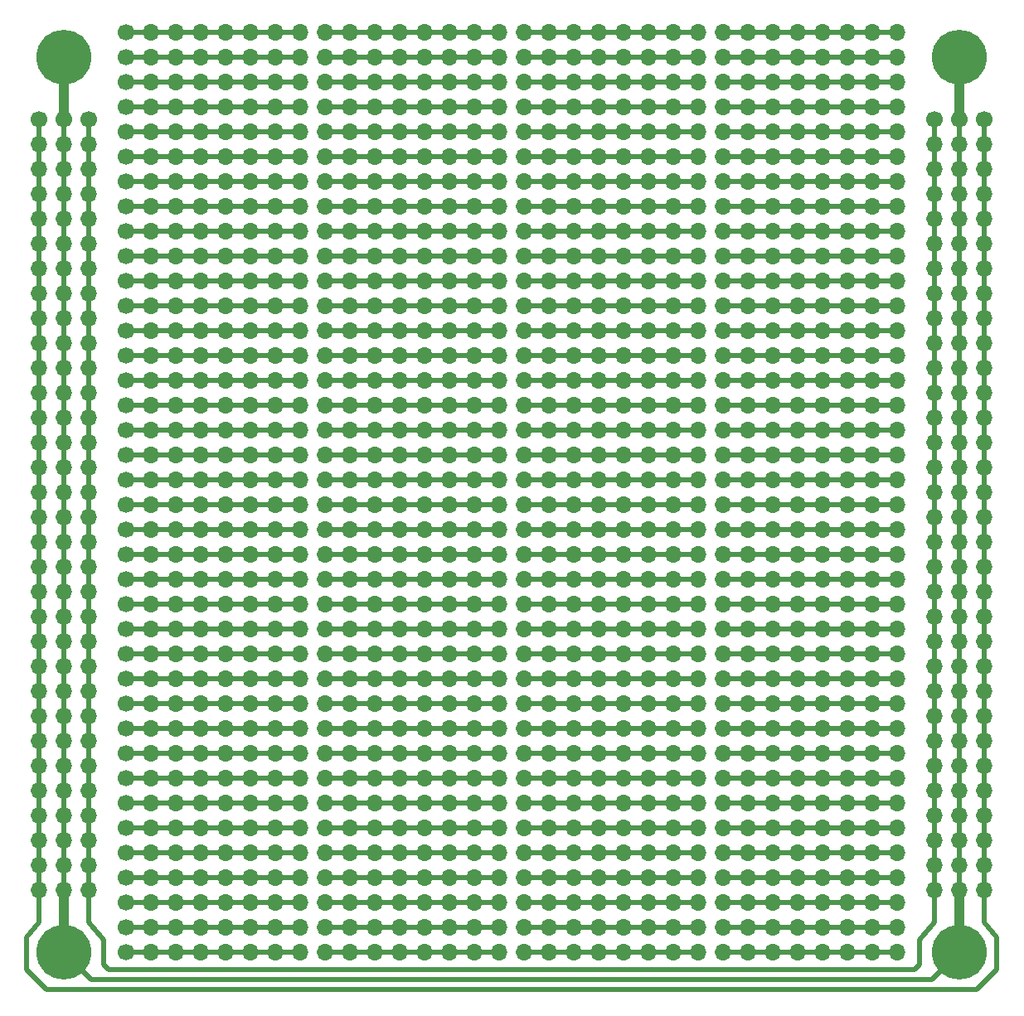
<source format=gbr>
%TF.GenerationSoftware,KiCad,Pcbnew,(5.1.9)-1*%
%TF.CreationDate,2021-01-10T17:22:18+01:00*%
%TF.ProjectId,Stripboard,53747269-7062-46f6-9172-642e6b696361,rev?*%
%TF.SameCoordinates,Original*%
%TF.FileFunction,Copper,L1,Top*%
%TF.FilePolarity,Positive*%
%FSLAX46Y46*%
G04 Gerber Fmt 4.6, Leading zero omitted, Abs format (unit mm)*
G04 Created by KiCad (PCBNEW (5.1.9)-1) date 2021-01-10 17:22:18*
%MOMM*%
%LPD*%
G01*
G04 APERTURE LIST*
%TA.AperFunction,ComponentPad*%
%ADD10C,1.700000*%
%TD*%
%TA.AperFunction,ComponentPad*%
%ADD11O,1.700000X1.700000*%
%TD*%
%TA.AperFunction,ComponentPad*%
%ADD12C,5.600000*%
%TD*%
%TA.AperFunction,Conductor*%
%ADD13C,1.000000*%
%TD*%
%TA.AperFunction,Conductor*%
%ADD14C,0.500000*%
%TD*%
G04 APERTURE END LIST*
D10*
%TO.P,38,1*%
%TO.N,N/C*%
X87630000Y-147320000D03*
D11*
%TO.P,38,2*%
X90170000Y-147320000D03*
%TO.P,38,3*%
X92710000Y-147320000D03*
%TO.P,38,4*%
X95250000Y-147320000D03*
%TO.P,38,5*%
X97790000Y-147320000D03*
%TO.P,38,6*%
X100330000Y-147320000D03*
%TO.P,38,7*%
X102870000Y-147320000D03*
%TO.P,38,8*%
X105410000Y-147320000D03*
%TO.P,38,9*%
X107950000Y-147320000D03*
%TO.P,38,10*%
X110490000Y-147320000D03*
%TO.P,38,11*%
X113030000Y-147320000D03*
%TO.P,38,12*%
X115570000Y-147320000D03*
%TO.P,38,13*%
X118110000Y-147320000D03*
%TO.P,38,14*%
X120650000Y-147320000D03*
%TO.P,38,15*%
X123190000Y-147320000D03*
%TO.P,38,16*%
X125730000Y-147320000D03*
%TO.P,38,17*%
X128270000Y-147320000D03*
%TO.P,38,18*%
X130810000Y-147320000D03*
%TO.P,38,19*%
X133350000Y-147320000D03*
%TO.P,38,20*%
X135890000Y-147320000D03*
%TO.P,38,21*%
X138430000Y-147320000D03*
%TO.P,38,22*%
X140970000Y-147320000D03*
%TO.P,38,23*%
X143510000Y-147320000D03*
%TO.P,38,24*%
X146050000Y-147320000D03*
%TO.P,38,25*%
X148590000Y-147320000D03*
%TO.P,38,26*%
X151130000Y-147320000D03*
%TO.P,38,27*%
X153670000Y-147320000D03*
%TO.P,38,28*%
X156210000Y-147320000D03*
%TO.P,38,29*%
X158750000Y-147320000D03*
%TO.P,38,30*%
X161290000Y-147320000D03*
%TO.P,38,31*%
X163830000Y-147320000D03*
%TO.P,38,32*%
X166370000Y-147320000D03*
%TD*%
D10*
%TO.P,36,1*%
%TO.N,N/C*%
X87630000Y-142240000D03*
D11*
%TO.P,36,2*%
X90170000Y-142240000D03*
%TO.P,36,3*%
X92710000Y-142240000D03*
%TO.P,36,4*%
X95250000Y-142240000D03*
%TO.P,36,5*%
X97790000Y-142240000D03*
%TO.P,36,6*%
X100330000Y-142240000D03*
%TO.P,36,7*%
X102870000Y-142240000D03*
%TO.P,36,8*%
X105410000Y-142240000D03*
%TO.P,36,9*%
X107950000Y-142240000D03*
%TO.P,36,10*%
X110490000Y-142240000D03*
%TO.P,36,11*%
X113030000Y-142240000D03*
%TO.P,36,12*%
X115570000Y-142240000D03*
%TO.P,36,13*%
X118110000Y-142240000D03*
%TO.P,36,14*%
X120650000Y-142240000D03*
%TO.P,36,15*%
X123190000Y-142240000D03*
%TO.P,36,16*%
X125730000Y-142240000D03*
%TO.P,36,17*%
X128270000Y-142240000D03*
%TO.P,36,18*%
X130810000Y-142240000D03*
%TO.P,36,19*%
X133350000Y-142240000D03*
%TO.P,36,20*%
X135890000Y-142240000D03*
%TO.P,36,21*%
X138430000Y-142240000D03*
%TO.P,36,22*%
X140970000Y-142240000D03*
%TO.P,36,23*%
X143510000Y-142240000D03*
%TO.P,36,24*%
X146050000Y-142240000D03*
%TO.P,36,25*%
X148590000Y-142240000D03*
%TO.P,36,26*%
X151130000Y-142240000D03*
%TO.P,36,27*%
X153670000Y-142240000D03*
%TO.P,36,28*%
X156210000Y-142240000D03*
%TO.P,36,29*%
X158750000Y-142240000D03*
%TO.P,36,30*%
X161290000Y-142240000D03*
%TO.P,36,31*%
X163830000Y-142240000D03*
%TO.P,36,32*%
X166370000Y-142240000D03*
%TD*%
%TO.P,37,32*%
%TO.N,N/C*%
X166370000Y-144780000D03*
%TO.P,37,31*%
X163830000Y-144780000D03*
%TO.P,37,30*%
X161290000Y-144780000D03*
%TO.P,37,29*%
X158750000Y-144780000D03*
%TO.P,37,28*%
X156210000Y-144780000D03*
%TO.P,37,27*%
X153670000Y-144780000D03*
%TO.P,37,26*%
X151130000Y-144780000D03*
%TO.P,37,25*%
X148590000Y-144780000D03*
%TO.P,37,24*%
X146050000Y-144780000D03*
%TO.P,37,23*%
X143510000Y-144780000D03*
%TO.P,37,22*%
X140970000Y-144780000D03*
%TO.P,37,21*%
X138430000Y-144780000D03*
%TO.P,37,20*%
X135890000Y-144780000D03*
%TO.P,37,19*%
X133350000Y-144780000D03*
%TO.P,37,18*%
X130810000Y-144780000D03*
%TO.P,37,17*%
X128270000Y-144780000D03*
%TO.P,37,16*%
X125730000Y-144780000D03*
%TO.P,37,15*%
X123190000Y-144780000D03*
%TO.P,37,14*%
X120650000Y-144780000D03*
%TO.P,37,13*%
X118110000Y-144780000D03*
%TO.P,37,12*%
X115570000Y-144780000D03*
%TO.P,37,11*%
X113030000Y-144780000D03*
%TO.P,37,10*%
X110490000Y-144780000D03*
%TO.P,37,9*%
X107950000Y-144780000D03*
%TO.P,37,8*%
X105410000Y-144780000D03*
%TO.P,37,7*%
X102870000Y-144780000D03*
%TO.P,37,6*%
X100330000Y-144780000D03*
%TO.P,37,5*%
X97790000Y-144780000D03*
%TO.P,37,4*%
X95250000Y-144780000D03*
%TO.P,37,3*%
X92710000Y-144780000D03*
%TO.P,37,2*%
X90170000Y-144780000D03*
D10*
%TO.P,37,1*%
X87630000Y-144780000D03*
%TD*%
%TO.P,29,1*%
%TO.N,N/C*%
X87630000Y-124460000D03*
D11*
%TO.P,29,2*%
X90170000Y-124460000D03*
%TO.P,29,3*%
X92710000Y-124460000D03*
%TO.P,29,4*%
X95250000Y-124460000D03*
%TO.P,29,5*%
X97790000Y-124460000D03*
%TO.P,29,6*%
X100330000Y-124460000D03*
%TO.P,29,7*%
X102870000Y-124460000D03*
%TO.P,29,8*%
X105410000Y-124460000D03*
%TO.P,29,9*%
X107950000Y-124460000D03*
%TO.P,29,10*%
X110490000Y-124460000D03*
%TO.P,29,11*%
X113030000Y-124460000D03*
%TO.P,29,12*%
X115570000Y-124460000D03*
%TO.P,29,13*%
X118110000Y-124460000D03*
%TO.P,29,14*%
X120650000Y-124460000D03*
%TO.P,29,15*%
X123190000Y-124460000D03*
%TO.P,29,16*%
X125730000Y-124460000D03*
%TO.P,29,17*%
X128270000Y-124460000D03*
%TO.P,29,18*%
X130810000Y-124460000D03*
%TO.P,29,19*%
X133350000Y-124460000D03*
%TO.P,29,20*%
X135890000Y-124460000D03*
%TO.P,29,21*%
X138430000Y-124460000D03*
%TO.P,29,22*%
X140970000Y-124460000D03*
%TO.P,29,23*%
X143510000Y-124460000D03*
%TO.P,29,24*%
X146050000Y-124460000D03*
%TO.P,29,25*%
X148590000Y-124460000D03*
%TO.P,29,26*%
X151130000Y-124460000D03*
%TO.P,29,27*%
X153670000Y-124460000D03*
%TO.P,29,28*%
X156210000Y-124460000D03*
%TO.P,29,29*%
X158750000Y-124460000D03*
%TO.P,29,30*%
X161290000Y-124460000D03*
%TO.P,29,31*%
X163830000Y-124460000D03*
%TO.P,29,32*%
X166370000Y-124460000D03*
%TD*%
%TO.P,34,32*%
%TO.N,N/C*%
X166370000Y-137160000D03*
%TO.P,34,31*%
X163830000Y-137160000D03*
%TO.P,34,30*%
X161290000Y-137160000D03*
%TO.P,34,29*%
X158750000Y-137160000D03*
%TO.P,34,28*%
X156210000Y-137160000D03*
%TO.P,34,27*%
X153670000Y-137160000D03*
%TO.P,34,26*%
X151130000Y-137160000D03*
%TO.P,34,25*%
X148590000Y-137160000D03*
%TO.P,34,24*%
X146050000Y-137160000D03*
%TO.P,34,23*%
X143510000Y-137160000D03*
%TO.P,34,22*%
X140970000Y-137160000D03*
%TO.P,34,21*%
X138430000Y-137160000D03*
%TO.P,34,20*%
X135890000Y-137160000D03*
%TO.P,34,19*%
X133350000Y-137160000D03*
%TO.P,34,18*%
X130810000Y-137160000D03*
%TO.P,34,17*%
X128270000Y-137160000D03*
%TO.P,34,16*%
X125730000Y-137160000D03*
%TO.P,34,15*%
X123190000Y-137160000D03*
%TO.P,34,14*%
X120650000Y-137160000D03*
%TO.P,34,13*%
X118110000Y-137160000D03*
%TO.P,34,12*%
X115570000Y-137160000D03*
%TO.P,34,11*%
X113030000Y-137160000D03*
%TO.P,34,10*%
X110490000Y-137160000D03*
%TO.P,34,9*%
X107950000Y-137160000D03*
%TO.P,34,8*%
X105410000Y-137160000D03*
%TO.P,34,7*%
X102870000Y-137160000D03*
%TO.P,34,6*%
X100330000Y-137160000D03*
%TO.P,34,5*%
X97790000Y-137160000D03*
%TO.P,34,4*%
X95250000Y-137160000D03*
%TO.P,34,3*%
X92710000Y-137160000D03*
%TO.P,34,2*%
X90170000Y-137160000D03*
D10*
%TO.P,34,1*%
X87630000Y-137160000D03*
%TD*%
D11*
%TO.P,32,32*%
%TO.N,N/C*%
X166370000Y-132080000D03*
%TO.P,32,31*%
X163830000Y-132080000D03*
%TO.P,32,30*%
X161290000Y-132080000D03*
%TO.P,32,29*%
X158750000Y-132080000D03*
%TO.P,32,28*%
X156210000Y-132080000D03*
%TO.P,32,27*%
X153670000Y-132080000D03*
%TO.P,32,26*%
X151130000Y-132080000D03*
%TO.P,32,25*%
X148590000Y-132080000D03*
%TO.P,32,24*%
X146050000Y-132080000D03*
%TO.P,32,23*%
X143510000Y-132080000D03*
%TO.P,32,22*%
X140970000Y-132080000D03*
%TO.P,32,21*%
X138430000Y-132080000D03*
%TO.P,32,20*%
X135890000Y-132080000D03*
%TO.P,32,19*%
X133350000Y-132080000D03*
%TO.P,32,18*%
X130810000Y-132080000D03*
%TO.P,32,17*%
X128270000Y-132080000D03*
%TO.P,32,16*%
X125730000Y-132080000D03*
%TO.P,32,15*%
X123190000Y-132080000D03*
%TO.P,32,14*%
X120650000Y-132080000D03*
%TO.P,32,13*%
X118110000Y-132080000D03*
%TO.P,32,12*%
X115570000Y-132080000D03*
%TO.P,32,11*%
X113030000Y-132080000D03*
%TO.P,32,10*%
X110490000Y-132080000D03*
%TO.P,32,9*%
X107950000Y-132080000D03*
%TO.P,32,8*%
X105410000Y-132080000D03*
%TO.P,32,7*%
X102870000Y-132080000D03*
%TO.P,32,6*%
X100330000Y-132080000D03*
%TO.P,32,5*%
X97790000Y-132080000D03*
%TO.P,32,4*%
X95250000Y-132080000D03*
%TO.P,32,3*%
X92710000Y-132080000D03*
%TO.P,32,2*%
X90170000Y-132080000D03*
D10*
%TO.P,32,1*%
X87630000Y-132080000D03*
%TD*%
D11*
%TO.P,31,32*%
%TO.N,N/C*%
X166370000Y-129540000D03*
%TO.P,31,31*%
X163830000Y-129540000D03*
%TO.P,31,30*%
X161290000Y-129540000D03*
%TO.P,31,29*%
X158750000Y-129540000D03*
%TO.P,31,28*%
X156210000Y-129540000D03*
%TO.P,31,27*%
X153670000Y-129540000D03*
%TO.P,31,26*%
X151130000Y-129540000D03*
%TO.P,31,25*%
X148590000Y-129540000D03*
%TO.P,31,24*%
X146050000Y-129540000D03*
%TO.P,31,23*%
X143510000Y-129540000D03*
%TO.P,31,22*%
X140970000Y-129540000D03*
%TO.P,31,21*%
X138430000Y-129540000D03*
%TO.P,31,20*%
X135890000Y-129540000D03*
%TO.P,31,19*%
X133350000Y-129540000D03*
%TO.P,31,18*%
X130810000Y-129540000D03*
%TO.P,31,17*%
X128270000Y-129540000D03*
%TO.P,31,16*%
X125730000Y-129540000D03*
%TO.P,31,15*%
X123190000Y-129540000D03*
%TO.P,31,14*%
X120650000Y-129540000D03*
%TO.P,31,13*%
X118110000Y-129540000D03*
%TO.P,31,12*%
X115570000Y-129540000D03*
%TO.P,31,11*%
X113030000Y-129540000D03*
%TO.P,31,10*%
X110490000Y-129540000D03*
%TO.P,31,9*%
X107950000Y-129540000D03*
%TO.P,31,8*%
X105410000Y-129540000D03*
%TO.P,31,7*%
X102870000Y-129540000D03*
%TO.P,31,6*%
X100330000Y-129540000D03*
%TO.P,31,5*%
X97790000Y-129540000D03*
%TO.P,31,4*%
X95250000Y-129540000D03*
%TO.P,31,3*%
X92710000Y-129540000D03*
%TO.P,31,2*%
X90170000Y-129540000D03*
D10*
%TO.P,31,1*%
X87630000Y-129540000D03*
%TD*%
D11*
%TO.P,33,32*%
%TO.N,N/C*%
X166370000Y-134620000D03*
%TO.P,33,31*%
X163830000Y-134620000D03*
%TO.P,33,30*%
X161290000Y-134620000D03*
%TO.P,33,29*%
X158750000Y-134620000D03*
%TO.P,33,28*%
X156210000Y-134620000D03*
%TO.P,33,27*%
X153670000Y-134620000D03*
%TO.P,33,26*%
X151130000Y-134620000D03*
%TO.P,33,25*%
X148590000Y-134620000D03*
%TO.P,33,24*%
X146050000Y-134620000D03*
%TO.P,33,23*%
X143510000Y-134620000D03*
%TO.P,33,22*%
X140970000Y-134620000D03*
%TO.P,33,21*%
X138430000Y-134620000D03*
%TO.P,33,20*%
X135890000Y-134620000D03*
%TO.P,33,19*%
X133350000Y-134620000D03*
%TO.P,33,18*%
X130810000Y-134620000D03*
%TO.P,33,17*%
X128270000Y-134620000D03*
%TO.P,33,16*%
X125730000Y-134620000D03*
%TO.P,33,15*%
X123190000Y-134620000D03*
%TO.P,33,14*%
X120650000Y-134620000D03*
%TO.P,33,13*%
X118110000Y-134620000D03*
%TO.P,33,12*%
X115570000Y-134620000D03*
%TO.P,33,11*%
X113030000Y-134620000D03*
%TO.P,33,10*%
X110490000Y-134620000D03*
%TO.P,33,9*%
X107950000Y-134620000D03*
%TO.P,33,8*%
X105410000Y-134620000D03*
%TO.P,33,7*%
X102870000Y-134620000D03*
%TO.P,33,6*%
X100330000Y-134620000D03*
%TO.P,33,5*%
X97790000Y-134620000D03*
%TO.P,33,4*%
X95250000Y-134620000D03*
%TO.P,33,3*%
X92710000Y-134620000D03*
%TO.P,33,2*%
X90170000Y-134620000D03*
D10*
%TO.P,33,1*%
X87630000Y-134620000D03*
%TD*%
D11*
%TO.P,30,32*%
%TO.N,N/C*%
X166370000Y-127000000D03*
%TO.P,30,31*%
X163830000Y-127000000D03*
%TO.P,30,30*%
X161290000Y-127000000D03*
%TO.P,30,29*%
X158750000Y-127000000D03*
%TO.P,30,28*%
X156210000Y-127000000D03*
%TO.P,30,27*%
X153670000Y-127000000D03*
%TO.P,30,26*%
X151130000Y-127000000D03*
%TO.P,30,25*%
X148590000Y-127000000D03*
%TO.P,30,24*%
X146050000Y-127000000D03*
%TO.P,30,23*%
X143510000Y-127000000D03*
%TO.P,30,22*%
X140970000Y-127000000D03*
%TO.P,30,21*%
X138430000Y-127000000D03*
%TO.P,30,20*%
X135890000Y-127000000D03*
%TO.P,30,19*%
X133350000Y-127000000D03*
%TO.P,30,18*%
X130810000Y-127000000D03*
%TO.P,30,17*%
X128270000Y-127000000D03*
%TO.P,30,16*%
X125730000Y-127000000D03*
%TO.P,30,15*%
X123190000Y-127000000D03*
%TO.P,30,14*%
X120650000Y-127000000D03*
%TO.P,30,13*%
X118110000Y-127000000D03*
%TO.P,30,12*%
X115570000Y-127000000D03*
%TO.P,30,11*%
X113030000Y-127000000D03*
%TO.P,30,10*%
X110490000Y-127000000D03*
%TO.P,30,9*%
X107950000Y-127000000D03*
%TO.P,30,8*%
X105410000Y-127000000D03*
%TO.P,30,7*%
X102870000Y-127000000D03*
%TO.P,30,6*%
X100330000Y-127000000D03*
%TO.P,30,5*%
X97790000Y-127000000D03*
%TO.P,30,4*%
X95250000Y-127000000D03*
%TO.P,30,3*%
X92710000Y-127000000D03*
%TO.P,30,2*%
X90170000Y-127000000D03*
D10*
%TO.P,30,1*%
X87630000Y-127000000D03*
%TD*%
D11*
%TO.P,35,32*%
%TO.N,N/C*%
X166370000Y-139700000D03*
%TO.P,35,31*%
X163830000Y-139700000D03*
%TO.P,35,30*%
X161290000Y-139700000D03*
%TO.P,35,29*%
X158750000Y-139700000D03*
%TO.P,35,28*%
X156210000Y-139700000D03*
%TO.P,35,27*%
X153670000Y-139700000D03*
%TO.P,35,26*%
X151130000Y-139700000D03*
%TO.P,35,25*%
X148590000Y-139700000D03*
%TO.P,35,24*%
X146050000Y-139700000D03*
%TO.P,35,23*%
X143510000Y-139700000D03*
%TO.P,35,22*%
X140970000Y-139700000D03*
%TO.P,35,21*%
X138430000Y-139700000D03*
%TO.P,35,20*%
X135890000Y-139700000D03*
%TO.P,35,19*%
X133350000Y-139700000D03*
%TO.P,35,18*%
X130810000Y-139700000D03*
%TO.P,35,17*%
X128270000Y-139700000D03*
%TO.P,35,16*%
X125730000Y-139700000D03*
%TO.P,35,15*%
X123190000Y-139700000D03*
%TO.P,35,14*%
X120650000Y-139700000D03*
%TO.P,35,13*%
X118110000Y-139700000D03*
%TO.P,35,12*%
X115570000Y-139700000D03*
%TO.P,35,11*%
X113030000Y-139700000D03*
%TO.P,35,10*%
X110490000Y-139700000D03*
%TO.P,35,9*%
X107950000Y-139700000D03*
%TO.P,35,8*%
X105410000Y-139700000D03*
%TO.P,35,7*%
X102870000Y-139700000D03*
%TO.P,35,6*%
X100330000Y-139700000D03*
%TO.P,35,5*%
X97790000Y-139700000D03*
%TO.P,35,4*%
X95250000Y-139700000D03*
%TO.P,35,3*%
X92710000Y-139700000D03*
%TO.P,35,2*%
X90170000Y-139700000D03*
D10*
%TO.P,35,1*%
X87630000Y-139700000D03*
%TD*%
%TO.P,22,1*%
%TO.N,N/C*%
X87630000Y-106680000D03*
D11*
%TO.P,22,2*%
X90170000Y-106680000D03*
%TO.P,22,3*%
X92710000Y-106680000D03*
%TO.P,22,4*%
X95250000Y-106680000D03*
%TO.P,22,5*%
X97790000Y-106680000D03*
%TO.P,22,6*%
X100330000Y-106680000D03*
%TO.P,22,7*%
X102870000Y-106680000D03*
%TO.P,22,8*%
X105410000Y-106680000D03*
%TO.P,22,9*%
X107950000Y-106680000D03*
%TO.P,22,10*%
X110490000Y-106680000D03*
%TO.P,22,11*%
X113030000Y-106680000D03*
%TO.P,22,12*%
X115570000Y-106680000D03*
%TO.P,22,13*%
X118110000Y-106680000D03*
%TO.P,22,14*%
X120650000Y-106680000D03*
%TO.P,22,15*%
X123190000Y-106680000D03*
%TO.P,22,16*%
X125730000Y-106680000D03*
%TO.P,22,17*%
X128270000Y-106680000D03*
%TO.P,22,18*%
X130810000Y-106680000D03*
%TO.P,22,19*%
X133350000Y-106680000D03*
%TO.P,22,20*%
X135890000Y-106680000D03*
%TO.P,22,21*%
X138430000Y-106680000D03*
%TO.P,22,22*%
X140970000Y-106680000D03*
%TO.P,22,23*%
X143510000Y-106680000D03*
%TO.P,22,24*%
X146050000Y-106680000D03*
%TO.P,22,25*%
X148590000Y-106680000D03*
%TO.P,22,26*%
X151130000Y-106680000D03*
%TO.P,22,27*%
X153670000Y-106680000D03*
%TO.P,22,28*%
X156210000Y-106680000D03*
%TO.P,22,29*%
X158750000Y-106680000D03*
%TO.P,22,30*%
X161290000Y-106680000D03*
%TO.P,22,31*%
X163830000Y-106680000D03*
%TO.P,22,32*%
X166370000Y-106680000D03*
%TD*%
%TO.P,27,32*%
%TO.N,N/C*%
X166370000Y-119380000D03*
%TO.P,27,31*%
X163830000Y-119380000D03*
%TO.P,27,30*%
X161290000Y-119380000D03*
%TO.P,27,29*%
X158750000Y-119380000D03*
%TO.P,27,28*%
X156210000Y-119380000D03*
%TO.P,27,27*%
X153670000Y-119380000D03*
%TO.P,27,26*%
X151130000Y-119380000D03*
%TO.P,27,25*%
X148590000Y-119380000D03*
%TO.P,27,24*%
X146050000Y-119380000D03*
%TO.P,27,23*%
X143510000Y-119380000D03*
%TO.P,27,22*%
X140970000Y-119380000D03*
%TO.P,27,21*%
X138430000Y-119380000D03*
%TO.P,27,20*%
X135890000Y-119380000D03*
%TO.P,27,19*%
X133350000Y-119380000D03*
%TO.P,27,18*%
X130810000Y-119380000D03*
%TO.P,27,17*%
X128270000Y-119380000D03*
%TO.P,27,16*%
X125730000Y-119380000D03*
%TO.P,27,15*%
X123190000Y-119380000D03*
%TO.P,27,14*%
X120650000Y-119380000D03*
%TO.P,27,13*%
X118110000Y-119380000D03*
%TO.P,27,12*%
X115570000Y-119380000D03*
%TO.P,27,11*%
X113030000Y-119380000D03*
%TO.P,27,10*%
X110490000Y-119380000D03*
%TO.P,27,9*%
X107950000Y-119380000D03*
%TO.P,27,8*%
X105410000Y-119380000D03*
%TO.P,27,7*%
X102870000Y-119380000D03*
%TO.P,27,6*%
X100330000Y-119380000D03*
%TO.P,27,5*%
X97790000Y-119380000D03*
%TO.P,27,4*%
X95250000Y-119380000D03*
%TO.P,27,3*%
X92710000Y-119380000D03*
%TO.P,27,2*%
X90170000Y-119380000D03*
D10*
%TO.P,27,1*%
X87630000Y-119380000D03*
%TD*%
D11*
%TO.P,25,32*%
%TO.N,N/C*%
X166370000Y-114300000D03*
%TO.P,25,31*%
X163830000Y-114300000D03*
%TO.P,25,30*%
X161290000Y-114300000D03*
%TO.P,25,29*%
X158750000Y-114300000D03*
%TO.P,25,28*%
X156210000Y-114300000D03*
%TO.P,25,27*%
X153670000Y-114300000D03*
%TO.P,25,26*%
X151130000Y-114300000D03*
%TO.P,25,25*%
X148590000Y-114300000D03*
%TO.P,25,24*%
X146050000Y-114300000D03*
%TO.P,25,23*%
X143510000Y-114300000D03*
%TO.P,25,22*%
X140970000Y-114300000D03*
%TO.P,25,21*%
X138430000Y-114300000D03*
%TO.P,25,20*%
X135890000Y-114300000D03*
%TO.P,25,19*%
X133350000Y-114300000D03*
%TO.P,25,18*%
X130810000Y-114300000D03*
%TO.P,25,17*%
X128270000Y-114300000D03*
%TO.P,25,16*%
X125730000Y-114300000D03*
%TO.P,25,15*%
X123190000Y-114300000D03*
%TO.P,25,14*%
X120650000Y-114300000D03*
%TO.P,25,13*%
X118110000Y-114300000D03*
%TO.P,25,12*%
X115570000Y-114300000D03*
%TO.P,25,11*%
X113030000Y-114300000D03*
%TO.P,25,10*%
X110490000Y-114300000D03*
%TO.P,25,9*%
X107950000Y-114300000D03*
%TO.P,25,8*%
X105410000Y-114300000D03*
%TO.P,25,7*%
X102870000Y-114300000D03*
%TO.P,25,6*%
X100330000Y-114300000D03*
%TO.P,25,5*%
X97790000Y-114300000D03*
%TO.P,25,4*%
X95250000Y-114300000D03*
%TO.P,25,3*%
X92710000Y-114300000D03*
%TO.P,25,2*%
X90170000Y-114300000D03*
D10*
%TO.P,25,1*%
X87630000Y-114300000D03*
%TD*%
D11*
%TO.P,24,32*%
%TO.N,N/C*%
X166370000Y-111760000D03*
%TO.P,24,31*%
X163830000Y-111760000D03*
%TO.P,24,30*%
X161290000Y-111760000D03*
%TO.P,24,29*%
X158750000Y-111760000D03*
%TO.P,24,28*%
X156210000Y-111760000D03*
%TO.P,24,27*%
X153670000Y-111760000D03*
%TO.P,24,26*%
X151130000Y-111760000D03*
%TO.P,24,25*%
X148590000Y-111760000D03*
%TO.P,24,24*%
X146050000Y-111760000D03*
%TO.P,24,23*%
X143510000Y-111760000D03*
%TO.P,24,22*%
X140970000Y-111760000D03*
%TO.P,24,21*%
X138430000Y-111760000D03*
%TO.P,24,20*%
X135890000Y-111760000D03*
%TO.P,24,19*%
X133350000Y-111760000D03*
%TO.P,24,18*%
X130810000Y-111760000D03*
%TO.P,24,17*%
X128270000Y-111760000D03*
%TO.P,24,16*%
X125730000Y-111760000D03*
%TO.P,24,15*%
X123190000Y-111760000D03*
%TO.P,24,14*%
X120650000Y-111760000D03*
%TO.P,24,13*%
X118110000Y-111760000D03*
%TO.P,24,12*%
X115570000Y-111760000D03*
%TO.P,24,11*%
X113030000Y-111760000D03*
%TO.P,24,10*%
X110490000Y-111760000D03*
%TO.P,24,9*%
X107950000Y-111760000D03*
%TO.P,24,8*%
X105410000Y-111760000D03*
%TO.P,24,7*%
X102870000Y-111760000D03*
%TO.P,24,6*%
X100330000Y-111760000D03*
%TO.P,24,5*%
X97790000Y-111760000D03*
%TO.P,24,4*%
X95250000Y-111760000D03*
%TO.P,24,3*%
X92710000Y-111760000D03*
%TO.P,24,2*%
X90170000Y-111760000D03*
D10*
%TO.P,24,1*%
X87630000Y-111760000D03*
%TD*%
D11*
%TO.P,26,32*%
%TO.N,N/C*%
X166370000Y-116840000D03*
%TO.P,26,31*%
X163830000Y-116840000D03*
%TO.P,26,30*%
X161290000Y-116840000D03*
%TO.P,26,29*%
X158750000Y-116840000D03*
%TO.P,26,28*%
X156210000Y-116840000D03*
%TO.P,26,27*%
X153670000Y-116840000D03*
%TO.P,26,26*%
X151130000Y-116840000D03*
%TO.P,26,25*%
X148590000Y-116840000D03*
%TO.P,26,24*%
X146050000Y-116840000D03*
%TO.P,26,23*%
X143510000Y-116840000D03*
%TO.P,26,22*%
X140970000Y-116840000D03*
%TO.P,26,21*%
X138430000Y-116840000D03*
%TO.P,26,20*%
X135890000Y-116840000D03*
%TO.P,26,19*%
X133350000Y-116840000D03*
%TO.P,26,18*%
X130810000Y-116840000D03*
%TO.P,26,17*%
X128270000Y-116840000D03*
%TO.P,26,16*%
X125730000Y-116840000D03*
%TO.P,26,15*%
X123190000Y-116840000D03*
%TO.P,26,14*%
X120650000Y-116840000D03*
%TO.P,26,13*%
X118110000Y-116840000D03*
%TO.P,26,12*%
X115570000Y-116840000D03*
%TO.P,26,11*%
X113030000Y-116840000D03*
%TO.P,26,10*%
X110490000Y-116840000D03*
%TO.P,26,9*%
X107950000Y-116840000D03*
%TO.P,26,8*%
X105410000Y-116840000D03*
%TO.P,26,7*%
X102870000Y-116840000D03*
%TO.P,26,6*%
X100330000Y-116840000D03*
%TO.P,26,5*%
X97790000Y-116840000D03*
%TO.P,26,4*%
X95250000Y-116840000D03*
%TO.P,26,3*%
X92710000Y-116840000D03*
%TO.P,26,2*%
X90170000Y-116840000D03*
D10*
%TO.P,26,1*%
X87630000Y-116840000D03*
%TD*%
D11*
%TO.P,23,32*%
%TO.N,N/C*%
X166370000Y-109220000D03*
%TO.P,23,31*%
X163830000Y-109220000D03*
%TO.P,23,30*%
X161290000Y-109220000D03*
%TO.P,23,29*%
X158750000Y-109220000D03*
%TO.P,23,28*%
X156210000Y-109220000D03*
%TO.P,23,27*%
X153670000Y-109220000D03*
%TO.P,23,26*%
X151130000Y-109220000D03*
%TO.P,23,25*%
X148590000Y-109220000D03*
%TO.P,23,24*%
X146050000Y-109220000D03*
%TO.P,23,23*%
X143510000Y-109220000D03*
%TO.P,23,22*%
X140970000Y-109220000D03*
%TO.P,23,21*%
X138430000Y-109220000D03*
%TO.P,23,20*%
X135890000Y-109220000D03*
%TO.P,23,19*%
X133350000Y-109220000D03*
%TO.P,23,18*%
X130810000Y-109220000D03*
%TO.P,23,17*%
X128270000Y-109220000D03*
%TO.P,23,16*%
X125730000Y-109220000D03*
%TO.P,23,15*%
X123190000Y-109220000D03*
%TO.P,23,14*%
X120650000Y-109220000D03*
%TO.P,23,13*%
X118110000Y-109220000D03*
%TO.P,23,12*%
X115570000Y-109220000D03*
%TO.P,23,11*%
X113030000Y-109220000D03*
%TO.P,23,10*%
X110490000Y-109220000D03*
%TO.P,23,9*%
X107950000Y-109220000D03*
%TO.P,23,8*%
X105410000Y-109220000D03*
%TO.P,23,7*%
X102870000Y-109220000D03*
%TO.P,23,6*%
X100330000Y-109220000D03*
%TO.P,23,5*%
X97790000Y-109220000D03*
%TO.P,23,4*%
X95250000Y-109220000D03*
%TO.P,23,3*%
X92710000Y-109220000D03*
%TO.P,23,2*%
X90170000Y-109220000D03*
D10*
%TO.P,23,1*%
X87630000Y-109220000D03*
%TD*%
D11*
%TO.P,28,32*%
%TO.N,N/C*%
X166370000Y-121920000D03*
%TO.P,28,31*%
X163830000Y-121920000D03*
%TO.P,28,30*%
X161290000Y-121920000D03*
%TO.P,28,29*%
X158750000Y-121920000D03*
%TO.P,28,28*%
X156210000Y-121920000D03*
%TO.P,28,27*%
X153670000Y-121920000D03*
%TO.P,28,26*%
X151130000Y-121920000D03*
%TO.P,28,25*%
X148590000Y-121920000D03*
%TO.P,28,24*%
X146050000Y-121920000D03*
%TO.P,28,23*%
X143510000Y-121920000D03*
%TO.P,28,22*%
X140970000Y-121920000D03*
%TO.P,28,21*%
X138430000Y-121920000D03*
%TO.P,28,20*%
X135890000Y-121920000D03*
%TO.P,28,19*%
X133350000Y-121920000D03*
%TO.P,28,18*%
X130810000Y-121920000D03*
%TO.P,28,17*%
X128270000Y-121920000D03*
%TO.P,28,16*%
X125730000Y-121920000D03*
%TO.P,28,15*%
X123190000Y-121920000D03*
%TO.P,28,14*%
X120650000Y-121920000D03*
%TO.P,28,13*%
X118110000Y-121920000D03*
%TO.P,28,12*%
X115570000Y-121920000D03*
%TO.P,28,11*%
X113030000Y-121920000D03*
%TO.P,28,10*%
X110490000Y-121920000D03*
%TO.P,28,9*%
X107950000Y-121920000D03*
%TO.P,28,8*%
X105410000Y-121920000D03*
%TO.P,28,7*%
X102870000Y-121920000D03*
%TO.P,28,6*%
X100330000Y-121920000D03*
%TO.P,28,5*%
X97790000Y-121920000D03*
%TO.P,28,4*%
X95250000Y-121920000D03*
%TO.P,28,3*%
X92710000Y-121920000D03*
%TO.P,28,2*%
X90170000Y-121920000D03*
D10*
%TO.P,28,1*%
X87630000Y-121920000D03*
%TD*%
%TO.P,15,1*%
%TO.N,N/C*%
X87630000Y-88900000D03*
D11*
%TO.P,15,2*%
X90170000Y-88900000D03*
%TO.P,15,3*%
X92710000Y-88900000D03*
%TO.P,15,4*%
X95250000Y-88900000D03*
%TO.P,15,5*%
X97790000Y-88900000D03*
%TO.P,15,6*%
X100330000Y-88900000D03*
%TO.P,15,7*%
X102870000Y-88900000D03*
%TO.P,15,8*%
X105410000Y-88900000D03*
%TO.P,15,9*%
X107950000Y-88900000D03*
%TO.P,15,10*%
X110490000Y-88900000D03*
%TO.P,15,11*%
X113030000Y-88900000D03*
%TO.P,15,12*%
X115570000Y-88900000D03*
%TO.P,15,13*%
X118110000Y-88900000D03*
%TO.P,15,14*%
X120650000Y-88900000D03*
%TO.P,15,15*%
X123190000Y-88900000D03*
%TO.P,15,16*%
X125730000Y-88900000D03*
%TO.P,15,17*%
X128270000Y-88900000D03*
%TO.P,15,18*%
X130810000Y-88900000D03*
%TO.P,15,19*%
X133350000Y-88900000D03*
%TO.P,15,20*%
X135890000Y-88900000D03*
%TO.P,15,21*%
X138430000Y-88900000D03*
%TO.P,15,22*%
X140970000Y-88900000D03*
%TO.P,15,23*%
X143510000Y-88900000D03*
%TO.P,15,24*%
X146050000Y-88900000D03*
%TO.P,15,25*%
X148590000Y-88900000D03*
%TO.P,15,26*%
X151130000Y-88900000D03*
%TO.P,15,27*%
X153670000Y-88900000D03*
%TO.P,15,28*%
X156210000Y-88900000D03*
%TO.P,15,29*%
X158750000Y-88900000D03*
%TO.P,15,30*%
X161290000Y-88900000D03*
%TO.P,15,31*%
X163830000Y-88900000D03*
%TO.P,15,32*%
X166370000Y-88900000D03*
%TD*%
%TO.P,20,32*%
%TO.N,N/C*%
X166370000Y-101600000D03*
%TO.P,20,31*%
X163830000Y-101600000D03*
%TO.P,20,30*%
X161290000Y-101600000D03*
%TO.P,20,29*%
X158750000Y-101600000D03*
%TO.P,20,28*%
X156210000Y-101600000D03*
%TO.P,20,27*%
X153670000Y-101600000D03*
%TO.P,20,26*%
X151130000Y-101600000D03*
%TO.P,20,25*%
X148590000Y-101600000D03*
%TO.P,20,24*%
X146050000Y-101600000D03*
%TO.P,20,23*%
X143510000Y-101600000D03*
%TO.P,20,22*%
X140970000Y-101600000D03*
%TO.P,20,21*%
X138430000Y-101600000D03*
%TO.P,20,20*%
X135890000Y-101600000D03*
%TO.P,20,19*%
X133350000Y-101600000D03*
%TO.P,20,18*%
X130810000Y-101600000D03*
%TO.P,20,17*%
X128270000Y-101600000D03*
%TO.P,20,16*%
X125730000Y-101600000D03*
%TO.P,20,15*%
X123190000Y-101600000D03*
%TO.P,20,14*%
X120650000Y-101600000D03*
%TO.P,20,13*%
X118110000Y-101600000D03*
%TO.P,20,12*%
X115570000Y-101600000D03*
%TO.P,20,11*%
X113030000Y-101600000D03*
%TO.P,20,10*%
X110490000Y-101600000D03*
%TO.P,20,9*%
X107950000Y-101600000D03*
%TO.P,20,8*%
X105410000Y-101600000D03*
%TO.P,20,7*%
X102870000Y-101600000D03*
%TO.P,20,6*%
X100330000Y-101600000D03*
%TO.P,20,5*%
X97790000Y-101600000D03*
%TO.P,20,4*%
X95250000Y-101600000D03*
%TO.P,20,3*%
X92710000Y-101600000D03*
%TO.P,20,2*%
X90170000Y-101600000D03*
D10*
%TO.P,20,1*%
X87630000Y-101600000D03*
%TD*%
D11*
%TO.P,18,32*%
%TO.N,N/C*%
X166370000Y-96520000D03*
%TO.P,18,31*%
X163830000Y-96520000D03*
%TO.P,18,30*%
X161290000Y-96520000D03*
%TO.P,18,29*%
X158750000Y-96520000D03*
%TO.P,18,28*%
X156210000Y-96520000D03*
%TO.P,18,27*%
X153670000Y-96520000D03*
%TO.P,18,26*%
X151130000Y-96520000D03*
%TO.P,18,25*%
X148590000Y-96520000D03*
%TO.P,18,24*%
X146050000Y-96520000D03*
%TO.P,18,23*%
X143510000Y-96520000D03*
%TO.P,18,22*%
X140970000Y-96520000D03*
%TO.P,18,21*%
X138430000Y-96520000D03*
%TO.P,18,20*%
X135890000Y-96520000D03*
%TO.P,18,19*%
X133350000Y-96520000D03*
%TO.P,18,18*%
X130810000Y-96520000D03*
%TO.P,18,17*%
X128270000Y-96520000D03*
%TO.P,18,16*%
X125730000Y-96520000D03*
%TO.P,18,15*%
X123190000Y-96520000D03*
%TO.P,18,14*%
X120650000Y-96520000D03*
%TO.P,18,13*%
X118110000Y-96520000D03*
%TO.P,18,12*%
X115570000Y-96520000D03*
%TO.P,18,11*%
X113030000Y-96520000D03*
%TO.P,18,10*%
X110490000Y-96520000D03*
%TO.P,18,9*%
X107950000Y-96520000D03*
%TO.P,18,8*%
X105410000Y-96520000D03*
%TO.P,18,7*%
X102870000Y-96520000D03*
%TO.P,18,6*%
X100330000Y-96520000D03*
%TO.P,18,5*%
X97790000Y-96520000D03*
%TO.P,18,4*%
X95250000Y-96520000D03*
%TO.P,18,3*%
X92710000Y-96520000D03*
%TO.P,18,2*%
X90170000Y-96520000D03*
D10*
%TO.P,18,1*%
X87630000Y-96520000D03*
%TD*%
D11*
%TO.P,17,32*%
%TO.N,N/C*%
X166370000Y-93980000D03*
%TO.P,17,31*%
X163830000Y-93980000D03*
%TO.P,17,30*%
X161290000Y-93980000D03*
%TO.P,17,29*%
X158750000Y-93980000D03*
%TO.P,17,28*%
X156210000Y-93980000D03*
%TO.P,17,27*%
X153670000Y-93980000D03*
%TO.P,17,26*%
X151130000Y-93980000D03*
%TO.P,17,25*%
X148590000Y-93980000D03*
%TO.P,17,24*%
X146050000Y-93980000D03*
%TO.P,17,23*%
X143510000Y-93980000D03*
%TO.P,17,22*%
X140970000Y-93980000D03*
%TO.P,17,21*%
X138430000Y-93980000D03*
%TO.P,17,20*%
X135890000Y-93980000D03*
%TO.P,17,19*%
X133350000Y-93980000D03*
%TO.P,17,18*%
X130810000Y-93980000D03*
%TO.P,17,17*%
X128270000Y-93980000D03*
%TO.P,17,16*%
X125730000Y-93980000D03*
%TO.P,17,15*%
X123190000Y-93980000D03*
%TO.P,17,14*%
X120650000Y-93980000D03*
%TO.P,17,13*%
X118110000Y-93980000D03*
%TO.P,17,12*%
X115570000Y-93980000D03*
%TO.P,17,11*%
X113030000Y-93980000D03*
%TO.P,17,10*%
X110490000Y-93980000D03*
%TO.P,17,9*%
X107950000Y-93980000D03*
%TO.P,17,8*%
X105410000Y-93980000D03*
%TO.P,17,7*%
X102870000Y-93980000D03*
%TO.P,17,6*%
X100330000Y-93980000D03*
%TO.P,17,5*%
X97790000Y-93980000D03*
%TO.P,17,4*%
X95250000Y-93980000D03*
%TO.P,17,3*%
X92710000Y-93980000D03*
%TO.P,17,2*%
X90170000Y-93980000D03*
D10*
%TO.P,17,1*%
X87630000Y-93980000D03*
%TD*%
D11*
%TO.P,19,32*%
%TO.N,N/C*%
X166370000Y-99060000D03*
%TO.P,19,31*%
X163830000Y-99060000D03*
%TO.P,19,30*%
X161290000Y-99060000D03*
%TO.P,19,29*%
X158750000Y-99060000D03*
%TO.P,19,28*%
X156210000Y-99060000D03*
%TO.P,19,27*%
X153670000Y-99060000D03*
%TO.P,19,26*%
X151130000Y-99060000D03*
%TO.P,19,25*%
X148590000Y-99060000D03*
%TO.P,19,24*%
X146050000Y-99060000D03*
%TO.P,19,23*%
X143510000Y-99060000D03*
%TO.P,19,22*%
X140970000Y-99060000D03*
%TO.P,19,21*%
X138430000Y-99060000D03*
%TO.P,19,20*%
X135890000Y-99060000D03*
%TO.P,19,19*%
X133350000Y-99060000D03*
%TO.P,19,18*%
X130810000Y-99060000D03*
%TO.P,19,17*%
X128270000Y-99060000D03*
%TO.P,19,16*%
X125730000Y-99060000D03*
%TO.P,19,15*%
X123190000Y-99060000D03*
%TO.P,19,14*%
X120650000Y-99060000D03*
%TO.P,19,13*%
X118110000Y-99060000D03*
%TO.P,19,12*%
X115570000Y-99060000D03*
%TO.P,19,11*%
X113030000Y-99060000D03*
%TO.P,19,10*%
X110490000Y-99060000D03*
%TO.P,19,9*%
X107950000Y-99060000D03*
%TO.P,19,8*%
X105410000Y-99060000D03*
%TO.P,19,7*%
X102870000Y-99060000D03*
%TO.P,19,6*%
X100330000Y-99060000D03*
%TO.P,19,5*%
X97790000Y-99060000D03*
%TO.P,19,4*%
X95250000Y-99060000D03*
%TO.P,19,3*%
X92710000Y-99060000D03*
%TO.P,19,2*%
X90170000Y-99060000D03*
D10*
%TO.P,19,1*%
X87630000Y-99060000D03*
%TD*%
D11*
%TO.P,16,32*%
%TO.N,N/C*%
X166370000Y-91440000D03*
%TO.P,16,31*%
X163830000Y-91440000D03*
%TO.P,16,30*%
X161290000Y-91440000D03*
%TO.P,16,29*%
X158750000Y-91440000D03*
%TO.P,16,28*%
X156210000Y-91440000D03*
%TO.P,16,27*%
X153670000Y-91440000D03*
%TO.P,16,26*%
X151130000Y-91440000D03*
%TO.P,16,25*%
X148590000Y-91440000D03*
%TO.P,16,24*%
X146050000Y-91440000D03*
%TO.P,16,23*%
X143510000Y-91440000D03*
%TO.P,16,22*%
X140970000Y-91440000D03*
%TO.P,16,21*%
X138430000Y-91440000D03*
%TO.P,16,20*%
X135890000Y-91440000D03*
%TO.P,16,19*%
X133350000Y-91440000D03*
%TO.P,16,18*%
X130810000Y-91440000D03*
%TO.P,16,17*%
X128270000Y-91440000D03*
%TO.P,16,16*%
X125730000Y-91440000D03*
%TO.P,16,15*%
X123190000Y-91440000D03*
%TO.P,16,14*%
X120650000Y-91440000D03*
%TO.P,16,13*%
X118110000Y-91440000D03*
%TO.P,16,12*%
X115570000Y-91440000D03*
%TO.P,16,11*%
X113030000Y-91440000D03*
%TO.P,16,10*%
X110490000Y-91440000D03*
%TO.P,16,9*%
X107950000Y-91440000D03*
%TO.P,16,8*%
X105410000Y-91440000D03*
%TO.P,16,7*%
X102870000Y-91440000D03*
%TO.P,16,6*%
X100330000Y-91440000D03*
%TO.P,16,5*%
X97790000Y-91440000D03*
%TO.P,16,4*%
X95250000Y-91440000D03*
%TO.P,16,3*%
X92710000Y-91440000D03*
%TO.P,16,2*%
X90170000Y-91440000D03*
D10*
%TO.P,16,1*%
X87630000Y-91440000D03*
%TD*%
D11*
%TO.P,21,32*%
%TO.N,N/C*%
X166370000Y-104140000D03*
%TO.P,21,31*%
X163830000Y-104140000D03*
%TO.P,21,30*%
X161290000Y-104140000D03*
%TO.P,21,29*%
X158750000Y-104140000D03*
%TO.P,21,28*%
X156210000Y-104140000D03*
%TO.P,21,27*%
X153670000Y-104140000D03*
%TO.P,21,26*%
X151130000Y-104140000D03*
%TO.P,21,25*%
X148590000Y-104140000D03*
%TO.P,21,24*%
X146050000Y-104140000D03*
%TO.P,21,23*%
X143510000Y-104140000D03*
%TO.P,21,22*%
X140970000Y-104140000D03*
%TO.P,21,21*%
X138430000Y-104140000D03*
%TO.P,21,20*%
X135890000Y-104140000D03*
%TO.P,21,19*%
X133350000Y-104140000D03*
%TO.P,21,18*%
X130810000Y-104140000D03*
%TO.P,21,17*%
X128270000Y-104140000D03*
%TO.P,21,16*%
X125730000Y-104140000D03*
%TO.P,21,15*%
X123190000Y-104140000D03*
%TO.P,21,14*%
X120650000Y-104140000D03*
%TO.P,21,13*%
X118110000Y-104140000D03*
%TO.P,21,12*%
X115570000Y-104140000D03*
%TO.P,21,11*%
X113030000Y-104140000D03*
%TO.P,21,10*%
X110490000Y-104140000D03*
%TO.P,21,9*%
X107950000Y-104140000D03*
%TO.P,21,8*%
X105410000Y-104140000D03*
%TO.P,21,7*%
X102870000Y-104140000D03*
%TO.P,21,6*%
X100330000Y-104140000D03*
%TO.P,21,5*%
X97790000Y-104140000D03*
%TO.P,21,4*%
X95250000Y-104140000D03*
%TO.P,21,3*%
X92710000Y-104140000D03*
%TO.P,21,2*%
X90170000Y-104140000D03*
D10*
%TO.P,21,1*%
X87630000Y-104140000D03*
%TD*%
%TO.P,8,1*%
%TO.N,N/C*%
X87630000Y-71120000D03*
D11*
%TO.P,8,2*%
X90170000Y-71120000D03*
%TO.P,8,3*%
X92710000Y-71120000D03*
%TO.P,8,4*%
X95250000Y-71120000D03*
%TO.P,8,5*%
X97790000Y-71120000D03*
%TO.P,8,6*%
X100330000Y-71120000D03*
%TO.P,8,7*%
X102870000Y-71120000D03*
%TO.P,8,8*%
X105410000Y-71120000D03*
%TO.P,8,9*%
X107950000Y-71120000D03*
%TO.P,8,10*%
X110490000Y-71120000D03*
%TO.P,8,11*%
X113030000Y-71120000D03*
%TO.P,8,12*%
X115570000Y-71120000D03*
%TO.P,8,13*%
X118110000Y-71120000D03*
%TO.P,8,14*%
X120650000Y-71120000D03*
%TO.P,8,15*%
X123190000Y-71120000D03*
%TO.P,8,16*%
X125730000Y-71120000D03*
%TO.P,8,17*%
X128270000Y-71120000D03*
%TO.P,8,18*%
X130810000Y-71120000D03*
%TO.P,8,19*%
X133350000Y-71120000D03*
%TO.P,8,20*%
X135890000Y-71120000D03*
%TO.P,8,21*%
X138430000Y-71120000D03*
%TO.P,8,22*%
X140970000Y-71120000D03*
%TO.P,8,23*%
X143510000Y-71120000D03*
%TO.P,8,24*%
X146050000Y-71120000D03*
%TO.P,8,25*%
X148590000Y-71120000D03*
%TO.P,8,26*%
X151130000Y-71120000D03*
%TO.P,8,27*%
X153670000Y-71120000D03*
%TO.P,8,28*%
X156210000Y-71120000D03*
%TO.P,8,29*%
X158750000Y-71120000D03*
%TO.P,8,30*%
X161290000Y-71120000D03*
%TO.P,8,31*%
X163830000Y-71120000D03*
%TO.P,8,32*%
X166370000Y-71120000D03*
%TD*%
%TO.P,13,32*%
%TO.N,N/C*%
X166370000Y-83820000D03*
%TO.P,13,31*%
X163830000Y-83820000D03*
%TO.P,13,30*%
X161290000Y-83820000D03*
%TO.P,13,29*%
X158750000Y-83820000D03*
%TO.P,13,28*%
X156210000Y-83820000D03*
%TO.P,13,27*%
X153670000Y-83820000D03*
%TO.P,13,26*%
X151130000Y-83820000D03*
%TO.P,13,25*%
X148590000Y-83820000D03*
%TO.P,13,24*%
X146050000Y-83820000D03*
%TO.P,13,23*%
X143510000Y-83820000D03*
%TO.P,13,22*%
X140970000Y-83820000D03*
%TO.P,13,21*%
X138430000Y-83820000D03*
%TO.P,13,20*%
X135890000Y-83820000D03*
%TO.P,13,19*%
X133350000Y-83820000D03*
%TO.P,13,18*%
X130810000Y-83820000D03*
%TO.P,13,17*%
X128270000Y-83820000D03*
%TO.P,13,16*%
X125730000Y-83820000D03*
%TO.P,13,15*%
X123190000Y-83820000D03*
%TO.P,13,14*%
X120650000Y-83820000D03*
%TO.P,13,13*%
X118110000Y-83820000D03*
%TO.P,13,12*%
X115570000Y-83820000D03*
%TO.P,13,11*%
X113030000Y-83820000D03*
%TO.P,13,10*%
X110490000Y-83820000D03*
%TO.P,13,9*%
X107950000Y-83820000D03*
%TO.P,13,8*%
X105410000Y-83820000D03*
%TO.P,13,7*%
X102870000Y-83820000D03*
%TO.P,13,6*%
X100330000Y-83820000D03*
%TO.P,13,5*%
X97790000Y-83820000D03*
%TO.P,13,4*%
X95250000Y-83820000D03*
%TO.P,13,3*%
X92710000Y-83820000D03*
%TO.P,13,2*%
X90170000Y-83820000D03*
D10*
%TO.P,13,1*%
X87630000Y-83820000D03*
%TD*%
D11*
%TO.P,11,32*%
%TO.N,N/C*%
X166370000Y-78740000D03*
%TO.P,11,31*%
X163830000Y-78740000D03*
%TO.P,11,30*%
X161290000Y-78740000D03*
%TO.P,11,29*%
X158750000Y-78740000D03*
%TO.P,11,28*%
X156210000Y-78740000D03*
%TO.P,11,27*%
X153670000Y-78740000D03*
%TO.P,11,26*%
X151130000Y-78740000D03*
%TO.P,11,25*%
X148590000Y-78740000D03*
%TO.P,11,24*%
X146050000Y-78740000D03*
%TO.P,11,23*%
X143510000Y-78740000D03*
%TO.P,11,22*%
X140970000Y-78740000D03*
%TO.P,11,21*%
X138430000Y-78740000D03*
%TO.P,11,20*%
X135890000Y-78740000D03*
%TO.P,11,19*%
X133350000Y-78740000D03*
%TO.P,11,18*%
X130810000Y-78740000D03*
%TO.P,11,17*%
X128270000Y-78740000D03*
%TO.P,11,16*%
X125730000Y-78740000D03*
%TO.P,11,15*%
X123190000Y-78740000D03*
%TO.P,11,14*%
X120650000Y-78740000D03*
%TO.P,11,13*%
X118110000Y-78740000D03*
%TO.P,11,12*%
X115570000Y-78740000D03*
%TO.P,11,11*%
X113030000Y-78740000D03*
%TO.P,11,10*%
X110490000Y-78740000D03*
%TO.P,11,9*%
X107950000Y-78740000D03*
%TO.P,11,8*%
X105410000Y-78740000D03*
%TO.P,11,7*%
X102870000Y-78740000D03*
%TO.P,11,6*%
X100330000Y-78740000D03*
%TO.P,11,5*%
X97790000Y-78740000D03*
%TO.P,11,4*%
X95250000Y-78740000D03*
%TO.P,11,3*%
X92710000Y-78740000D03*
%TO.P,11,2*%
X90170000Y-78740000D03*
D10*
%TO.P,11,1*%
X87630000Y-78740000D03*
%TD*%
D11*
%TO.P,10,32*%
%TO.N,N/C*%
X166370000Y-76200000D03*
%TO.P,10,31*%
X163830000Y-76200000D03*
%TO.P,10,30*%
X161290000Y-76200000D03*
%TO.P,10,29*%
X158750000Y-76200000D03*
%TO.P,10,28*%
X156210000Y-76200000D03*
%TO.P,10,27*%
X153670000Y-76200000D03*
%TO.P,10,26*%
X151130000Y-76200000D03*
%TO.P,10,25*%
X148590000Y-76200000D03*
%TO.P,10,24*%
X146050000Y-76200000D03*
%TO.P,10,23*%
X143510000Y-76200000D03*
%TO.P,10,22*%
X140970000Y-76200000D03*
%TO.P,10,21*%
X138430000Y-76200000D03*
%TO.P,10,20*%
X135890000Y-76200000D03*
%TO.P,10,19*%
X133350000Y-76200000D03*
%TO.P,10,18*%
X130810000Y-76200000D03*
%TO.P,10,17*%
X128270000Y-76200000D03*
%TO.P,10,16*%
X125730000Y-76200000D03*
%TO.P,10,15*%
X123190000Y-76200000D03*
%TO.P,10,14*%
X120650000Y-76200000D03*
%TO.P,10,13*%
X118110000Y-76200000D03*
%TO.P,10,12*%
X115570000Y-76200000D03*
%TO.P,10,11*%
X113030000Y-76200000D03*
%TO.P,10,10*%
X110490000Y-76200000D03*
%TO.P,10,9*%
X107950000Y-76200000D03*
%TO.P,10,8*%
X105410000Y-76200000D03*
%TO.P,10,7*%
X102870000Y-76200000D03*
%TO.P,10,6*%
X100330000Y-76200000D03*
%TO.P,10,5*%
X97790000Y-76200000D03*
%TO.P,10,4*%
X95250000Y-76200000D03*
%TO.P,10,3*%
X92710000Y-76200000D03*
%TO.P,10,2*%
X90170000Y-76200000D03*
D10*
%TO.P,10,1*%
X87630000Y-76200000D03*
%TD*%
D11*
%TO.P,12,32*%
%TO.N,N/C*%
X166370000Y-81280000D03*
%TO.P,12,31*%
X163830000Y-81280000D03*
%TO.P,12,30*%
X161290000Y-81280000D03*
%TO.P,12,29*%
X158750000Y-81280000D03*
%TO.P,12,28*%
X156210000Y-81280000D03*
%TO.P,12,27*%
X153670000Y-81280000D03*
%TO.P,12,26*%
X151130000Y-81280000D03*
%TO.P,12,25*%
X148590000Y-81280000D03*
%TO.P,12,24*%
X146050000Y-81280000D03*
%TO.P,12,23*%
X143510000Y-81280000D03*
%TO.P,12,22*%
X140970000Y-81280000D03*
%TO.P,12,21*%
X138430000Y-81280000D03*
%TO.P,12,20*%
X135890000Y-81280000D03*
%TO.P,12,19*%
X133350000Y-81280000D03*
%TO.P,12,18*%
X130810000Y-81280000D03*
%TO.P,12,17*%
X128270000Y-81280000D03*
%TO.P,12,16*%
X125730000Y-81280000D03*
%TO.P,12,15*%
X123190000Y-81280000D03*
%TO.P,12,14*%
X120650000Y-81280000D03*
%TO.P,12,13*%
X118110000Y-81280000D03*
%TO.P,12,12*%
X115570000Y-81280000D03*
%TO.P,12,11*%
X113030000Y-81280000D03*
%TO.P,12,10*%
X110490000Y-81280000D03*
%TO.P,12,9*%
X107950000Y-81280000D03*
%TO.P,12,8*%
X105410000Y-81280000D03*
%TO.P,12,7*%
X102870000Y-81280000D03*
%TO.P,12,6*%
X100330000Y-81280000D03*
%TO.P,12,5*%
X97790000Y-81280000D03*
%TO.P,12,4*%
X95250000Y-81280000D03*
%TO.P,12,3*%
X92710000Y-81280000D03*
%TO.P,12,2*%
X90170000Y-81280000D03*
D10*
%TO.P,12,1*%
X87630000Y-81280000D03*
%TD*%
D11*
%TO.P,9,32*%
%TO.N,N/C*%
X166370000Y-73660000D03*
%TO.P,9,31*%
X163830000Y-73660000D03*
%TO.P,9,30*%
X161290000Y-73660000D03*
%TO.P,9,29*%
X158750000Y-73660000D03*
%TO.P,9,28*%
X156210000Y-73660000D03*
%TO.P,9,27*%
X153670000Y-73660000D03*
%TO.P,9,26*%
X151130000Y-73660000D03*
%TO.P,9,25*%
X148590000Y-73660000D03*
%TO.P,9,24*%
X146050000Y-73660000D03*
%TO.P,9,23*%
X143510000Y-73660000D03*
%TO.P,9,22*%
X140970000Y-73660000D03*
%TO.P,9,21*%
X138430000Y-73660000D03*
%TO.P,9,20*%
X135890000Y-73660000D03*
%TO.P,9,19*%
X133350000Y-73660000D03*
%TO.P,9,18*%
X130810000Y-73660000D03*
%TO.P,9,17*%
X128270000Y-73660000D03*
%TO.P,9,16*%
X125730000Y-73660000D03*
%TO.P,9,15*%
X123190000Y-73660000D03*
%TO.P,9,14*%
X120650000Y-73660000D03*
%TO.P,9,13*%
X118110000Y-73660000D03*
%TO.P,9,12*%
X115570000Y-73660000D03*
%TO.P,9,11*%
X113030000Y-73660000D03*
%TO.P,9,10*%
X110490000Y-73660000D03*
%TO.P,9,9*%
X107950000Y-73660000D03*
%TO.P,9,8*%
X105410000Y-73660000D03*
%TO.P,9,7*%
X102870000Y-73660000D03*
%TO.P,9,6*%
X100330000Y-73660000D03*
%TO.P,9,5*%
X97790000Y-73660000D03*
%TO.P,9,4*%
X95250000Y-73660000D03*
%TO.P,9,3*%
X92710000Y-73660000D03*
%TO.P,9,2*%
X90170000Y-73660000D03*
D10*
%TO.P,9,1*%
X87630000Y-73660000D03*
%TD*%
D11*
%TO.P,14,32*%
%TO.N,N/C*%
X166370000Y-86360000D03*
%TO.P,14,31*%
X163830000Y-86360000D03*
%TO.P,14,30*%
X161290000Y-86360000D03*
%TO.P,14,29*%
X158750000Y-86360000D03*
%TO.P,14,28*%
X156210000Y-86360000D03*
%TO.P,14,27*%
X153670000Y-86360000D03*
%TO.P,14,26*%
X151130000Y-86360000D03*
%TO.P,14,25*%
X148590000Y-86360000D03*
%TO.P,14,24*%
X146050000Y-86360000D03*
%TO.P,14,23*%
X143510000Y-86360000D03*
%TO.P,14,22*%
X140970000Y-86360000D03*
%TO.P,14,21*%
X138430000Y-86360000D03*
%TO.P,14,20*%
X135890000Y-86360000D03*
%TO.P,14,19*%
X133350000Y-86360000D03*
%TO.P,14,18*%
X130810000Y-86360000D03*
%TO.P,14,17*%
X128270000Y-86360000D03*
%TO.P,14,16*%
X125730000Y-86360000D03*
%TO.P,14,15*%
X123190000Y-86360000D03*
%TO.P,14,14*%
X120650000Y-86360000D03*
%TO.P,14,13*%
X118110000Y-86360000D03*
%TO.P,14,12*%
X115570000Y-86360000D03*
%TO.P,14,11*%
X113030000Y-86360000D03*
%TO.P,14,10*%
X110490000Y-86360000D03*
%TO.P,14,9*%
X107950000Y-86360000D03*
%TO.P,14,8*%
X105410000Y-86360000D03*
%TO.P,14,7*%
X102870000Y-86360000D03*
%TO.P,14,6*%
X100330000Y-86360000D03*
%TO.P,14,5*%
X97790000Y-86360000D03*
%TO.P,14,4*%
X95250000Y-86360000D03*
%TO.P,14,3*%
X92710000Y-86360000D03*
%TO.P,14,2*%
X90170000Y-86360000D03*
D10*
%TO.P,14,1*%
X87630000Y-86360000D03*
%TD*%
%TO.P,7,1*%
%TO.N,N/C*%
X87630000Y-68580000D03*
D11*
%TO.P,7,2*%
X90170000Y-68580000D03*
%TO.P,7,3*%
X92710000Y-68580000D03*
%TO.P,7,4*%
X95250000Y-68580000D03*
%TO.P,7,5*%
X97790000Y-68580000D03*
%TO.P,7,6*%
X100330000Y-68580000D03*
%TO.P,7,7*%
X102870000Y-68580000D03*
%TO.P,7,8*%
X105410000Y-68580000D03*
%TO.P,7,9*%
X107950000Y-68580000D03*
%TO.P,7,10*%
X110490000Y-68580000D03*
%TO.P,7,11*%
X113030000Y-68580000D03*
%TO.P,7,12*%
X115570000Y-68580000D03*
%TO.P,7,13*%
X118110000Y-68580000D03*
%TO.P,7,14*%
X120650000Y-68580000D03*
%TO.P,7,15*%
X123190000Y-68580000D03*
%TO.P,7,16*%
X125730000Y-68580000D03*
%TO.P,7,17*%
X128270000Y-68580000D03*
%TO.P,7,18*%
X130810000Y-68580000D03*
%TO.P,7,19*%
X133350000Y-68580000D03*
%TO.P,7,20*%
X135890000Y-68580000D03*
%TO.P,7,21*%
X138430000Y-68580000D03*
%TO.P,7,22*%
X140970000Y-68580000D03*
%TO.P,7,23*%
X143510000Y-68580000D03*
%TO.P,7,24*%
X146050000Y-68580000D03*
%TO.P,7,25*%
X148590000Y-68580000D03*
%TO.P,7,26*%
X151130000Y-68580000D03*
%TO.P,7,27*%
X153670000Y-68580000D03*
%TO.P,7,28*%
X156210000Y-68580000D03*
%TO.P,7,29*%
X158750000Y-68580000D03*
%TO.P,7,30*%
X161290000Y-68580000D03*
%TO.P,7,31*%
X163830000Y-68580000D03*
%TO.P,7,32*%
X166370000Y-68580000D03*
%TD*%
D10*
%TO.P,6,1*%
%TO.N,N/C*%
X87630000Y-66040000D03*
D11*
%TO.P,6,2*%
X90170000Y-66040000D03*
%TO.P,6,3*%
X92710000Y-66040000D03*
%TO.P,6,4*%
X95250000Y-66040000D03*
%TO.P,6,5*%
X97790000Y-66040000D03*
%TO.P,6,6*%
X100330000Y-66040000D03*
%TO.P,6,7*%
X102870000Y-66040000D03*
%TO.P,6,8*%
X105410000Y-66040000D03*
%TO.P,6,9*%
X107950000Y-66040000D03*
%TO.P,6,10*%
X110490000Y-66040000D03*
%TO.P,6,11*%
X113030000Y-66040000D03*
%TO.P,6,12*%
X115570000Y-66040000D03*
%TO.P,6,13*%
X118110000Y-66040000D03*
%TO.P,6,14*%
X120650000Y-66040000D03*
%TO.P,6,15*%
X123190000Y-66040000D03*
%TO.P,6,16*%
X125730000Y-66040000D03*
%TO.P,6,17*%
X128270000Y-66040000D03*
%TO.P,6,18*%
X130810000Y-66040000D03*
%TO.P,6,19*%
X133350000Y-66040000D03*
%TO.P,6,20*%
X135890000Y-66040000D03*
%TO.P,6,21*%
X138430000Y-66040000D03*
%TO.P,6,22*%
X140970000Y-66040000D03*
%TO.P,6,23*%
X143510000Y-66040000D03*
%TO.P,6,24*%
X146050000Y-66040000D03*
%TO.P,6,25*%
X148590000Y-66040000D03*
%TO.P,6,26*%
X151130000Y-66040000D03*
%TO.P,6,27*%
X153670000Y-66040000D03*
%TO.P,6,28*%
X156210000Y-66040000D03*
%TO.P,6,29*%
X158750000Y-66040000D03*
%TO.P,6,30*%
X161290000Y-66040000D03*
%TO.P,6,31*%
X163830000Y-66040000D03*
%TO.P,6,32*%
X166370000Y-66040000D03*
%TD*%
D10*
%TO.P,5,1*%
%TO.N,N/C*%
X87630000Y-63500000D03*
D11*
%TO.P,5,2*%
X90170000Y-63500000D03*
%TO.P,5,3*%
X92710000Y-63500000D03*
%TO.P,5,4*%
X95250000Y-63500000D03*
%TO.P,5,5*%
X97790000Y-63500000D03*
%TO.P,5,6*%
X100330000Y-63500000D03*
%TO.P,5,7*%
X102870000Y-63500000D03*
%TO.P,5,8*%
X105410000Y-63500000D03*
%TO.P,5,9*%
X107950000Y-63500000D03*
%TO.P,5,10*%
X110490000Y-63500000D03*
%TO.P,5,11*%
X113030000Y-63500000D03*
%TO.P,5,12*%
X115570000Y-63500000D03*
%TO.P,5,13*%
X118110000Y-63500000D03*
%TO.P,5,14*%
X120650000Y-63500000D03*
%TO.P,5,15*%
X123190000Y-63500000D03*
%TO.P,5,16*%
X125730000Y-63500000D03*
%TO.P,5,17*%
X128270000Y-63500000D03*
%TO.P,5,18*%
X130810000Y-63500000D03*
%TO.P,5,19*%
X133350000Y-63500000D03*
%TO.P,5,20*%
X135890000Y-63500000D03*
%TO.P,5,21*%
X138430000Y-63500000D03*
%TO.P,5,22*%
X140970000Y-63500000D03*
%TO.P,5,23*%
X143510000Y-63500000D03*
%TO.P,5,24*%
X146050000Y-63500000D03*
%TO.P,5,25*%
X148590000Y-63500000D03*
%TO.P,5,26*%
X151130000Y-63500000D03*
%TO.P,5,27*%
X153670000Y-63500000D03*
%TO.P,5,28*%
X156210000Y-63500000D03*
%TO.P,5,29*%
X158750000Y-63500000D03*
%TO.P,5,30*%
X161290000Y-63500000D03*
%TO.P,5,31*%
X163830000Y-63500000D03*
%TO.P,5,32*%
X166370000Y-63500000D03*
%TD*%
D10*
%TO.P,4,1*%
%TO.N,N/C*%
X87630000Y-60960000D03*
D11*
%TO.P,4,2*%
X90170000Y-60960000D03*
%TO.P,4,3*%
X92710000Y-60960000D03*
%TO.P,4,4*%
X95250000Y-60960000D03*
%TO.P,4,5*%
X97790000Y-60960000D03*
%TO.P,4,6*%
X100330000Y-60960000D03*
%TO.P,4,7*%
X102870000Y-60960000D03*
%TO.P,4,8*%
X105410000Y-60960000D03*
%TO.P,4,9*%
X107950000Y-60960000D03*
%TO.P,4,10*%
X110490000Y-60960000D03*
%TO.P,4,11*%
X113030000Y-60960000D03*
%TO.P,4,12*%
X115570000Y-60960000D03*
%TO.P,4,13*%
X118110000Y-60960000D03*
%TO.P,4,14*%
X120650000Y-60960000D03*
%TO.P,4,15*%
X123190000Y-60960000D03*
%TO.P,4,16*%
X125730000Y-60960000D03*
%TO.P,4,17*%
X128270000Y-60960000D03*
%TO.P,4,18*%
X130810000Y-60960000D03*
%TO.P,4,19*%
X133350000Y-60960000D03*
%TO.P,4,20*%
X135890000Y-60960000D03*
%TO.P,4,21*%
X138430000Y-60960000D03*
%TO.P,4,22*%
X140970000Y-60960000D03*
%TO.P,4,23*%
X143510000Y-60960000D03*
%TO.P,4,24*%
X146050000Y-60960000D03*
%TO.P,4,25*%
X148590000Y-60960000D03*
%TO.P,4,26*%
X151130000Y-60960000D03*
%TO.P,4,27*%
X153670000Y-60960000D03*
%TO.P,4,28*%
X156210000Y-60960000D03*
%TO.P,4,29*%
X158750000Y-60960000D03*
%TO.P,4,30*%
X161290000Y-60960000D03*
%TO.P,4,31*%
X163830000Y-60960000D03*
%TO.P,4,32*%
X166370000Y-60960000D03*
%TD*%
D10*
%TO.P,3,1*%
%TO.N,N/C*%
X87630000Y-58420000D03*
D11*
%TO.P,3,2*%
X90170000Y-58420000D03*
%TO.P,3,3*%
X92710000Y-58420000D03*
%TO.P,3,4*%
X95250000Y-58420000D03*
%TO.P,3,5*%
X97790000Y-58420000D03*
%TO.P,3,6*%
X100330000Y-58420000D03*
%TO.P,3,7*%
X102870000Y-58420000D03*
%TO.P,3,8*%
X105410000Y-58420000D03*
%TO.P,3,9*%
X107950000Y-58420000D03*
%TO.P,3,10*%
X110490000Y-58420000D03*
%TO.P,3,11*%
X113030000Y-58420000D03*
%TO.P,3,12*%
X115570000Y-58420000D03*
%TO.P,3,13*%
X118110000Y-58420000D03*
%TO.P,3,14*%
X120650000Y-58420000D03*
%TO.P,3,15*%
X123190000Y-58420000D03*
%TO.P,3,16*%
X125730000Y-58420000D03*
%TO.P,3,17*%
X128270000Y-58420000D03*
%TO.P,3,18*%
X130810000Y-58420000D03*
%TO.P,3,19*%
X133350000Y-58420000D03*
%TO.P,3,20*%
X135890000Y-58420000D03*
%TO.P,3,21*%
X138430000Y-58420000D03*
%TO.P,3,22*%
X140970000Y-58420000D03*
%TO.P,3,23*%
X143510000Y-58420000D03*
%TO.P,3,24*%
X146050000Y-58420000D03*
%TO.P,3,25*%
X148590000Y-58420000D03*
%TO.P,3,26*%
X151130000Y-58420000D03*
%TO.P,3,27*%
X153670000Y-58420000D03*
%TO.P,3,28*%
X156210000Y-58420000D03*
%TO.P,3,29*%
X158750000Y-58420000D03*
%TO.P,3,30*%
X161290000Y-58420000D03*
%TO.P,3,31*%
X163830000Y-58420000D03*
%TO.P,3,32*%
X166370000Y-58420000D03*
%TD*%
D10*
%TO.P,2,1*%
%TO.N,N/C*%
X87630000Y-55880000D03*
D11*
%TO.P,2,2*%
X90170000Y-55880000D03*
%TO.P,2,3*%
X92710000Y-55880000D03*
%TO.P,2,4*%
X95250000Y-55880000D03*
%TO.P,2,5*%
X97790000Y-55880000D03*
%TO.P,2,6*%
X100330000Y-55880000D03*
%TO.P,2,7*%
X102870000Y-55880000D03*
%TO.P,2,8*%
X105410000Y-55880000D03*
%TO.P,2,9*%
X107950000Y-55880000D03*
%TO.P,2,10*%
X110490000Y-55880000D03*
%TO.P,2,11*%
X113030000Y-55880000D03*
%TO.P,2,12*%
X115570000Y-55880000D03*
%TO.P,2,13*%
X118110000Y-55880000D03*
%TO.P,2,14*%
X120650000Y-55880000D03*
%TO.P,2,15*%
X123190000Y-55880000D03*
%TO.P,2,16*%
X125730000Y-55880000D03*
%TO.P,2,17*%
X128270000Y-55880000D03*
%TO.P,2,18*%
X130810000Y-55880000D03*
%TO.P,2,19*%
X133350000Y-55880000D03*
%TO.P,2,20*%
X135890000Y-55880000D03*
%TO.P,2,21*%
X138430000Y-55880000D03*
%TO.P,2,22*%
X140970000Y-55880000D03*
%TO.P,2,23*%
X143510000Y-55880000D03*
%TO.P,2,24*%
X146050000Y-55880000D03*
%TO.P,2,25*%
X148590000Y-55880000D03*
%TO.P,2,26*%
X151130000Y-55880000D03*
%TO.P,2,27*%
X153670000Y-55880000D03*
%TO.P,2,28*%
X156210000Y-55880000D03*
%TO.P,2,29*%
X158750000Y-55880000D03*
%TO.P,2,30*%
X161290000Y-55880000D03*
%TO.P,2,31*%
X163830000Y-55880000D03*
%TO.P,2,32*%
X166370000Y-55880000D03*
%TD*%
%TO.P,1,32*%
%TO.N,N/C*%
X166370000Y-53340000D03*
%TO.P,1,31*%
X163830000Y-53340000D03*
%TO.P,1,30*%
X161290000Y-53340000D03*
%TO.P,1,29*%
X158750000Y-53340000D03*
%TO.P,1,28*%
X156210000Y-53340000D03*
%TO.P,1,27*%
X153670000Y-53340000D03*
%TO.P,1,26*%
X151130000Y-53340000D03*
%TO.P,1,25*%
X148590000Y-53340000D03*
%TO.P,1,24*%
X146050000Y-53340000D03*
%TO.P,1,23*%
X143510000Y-53340000D03*
%TO.P,1,22*%
X140970000Y-53340000D03*
%TO.P,1,21*%
X138430000Y-53340000D03*
%TO.P,1,20*%
X135890000Y-53340000D03*
%TO.P,1,19*%
X133350000Y-53340000D03*
%TO.P,1,18*%
X130810000Y-53340000D03*
%TO.P,1,17*%
X128270000Y-53340000D03*
%TO.P,1,16*%
X125730000Y-53340000D03*
%TO.P,1,15*%
X123190000Y-53340000D03*
%TO.P,1,14*%
X120650000Y-53340000D03*
%TO.P,1,13*%
X118110000Y-53340000D03*
%TO.P,1,12*%
X115570000Y-53340000D03*
%TO.P,1,11*%
X113030000Y-53340000D03*
%TO.P,1,10*%
X110490000Y-53340000D03*
%TO.P,1,9*%
X107950000Y-53340000D03*
%TO.P,1,8*%
X105410000Y-53340000D03*
%TO.P,1,7*%
X102870000Y-53340000D03*
%TO.P,1,6*%
X100330000Y-53340000D03*
%TO.P,1,5*%
X97790000Y-53340000D03*
%TO.P,1,4*%
X95250000Y-53340000D03*
%TO.P,1,3*%
X92710000Y-53340000D03*
%TO.P,1,2*%
X90170000Y-53340000D03*
D10*
%TO.P,1,1*%
X87630000Y-53340000D03*
%TD*%
D11*
%TO.P,+,32*%
%TO.N,N/C*%
X83820000Y-140970000D03*
%TO.P,+,31*%
X83820000Y-138430000D03*
%TO.P,+,30*%
X83820000Y-135890000D03*
%TO.P,+,29*%
X83820000Y-133350000D03*
%TO.P,+,28*%
X83820000Y-130810000D03*
%TO.P,+,27*%
X83820000Y-128270000D03*
%TO.P,+,26*%
X83820000Y-125730000D03*
%TO.P,+,25*%
X83820000Y-123190000D03*
%TO.P,+,24*%
X83820000Y-120650000D03*
%TO.P,+,23*%
X83820000Y-118110000D03*
%TO.P,+,22*%
X83820000Y-115570000D03*
%TO.P,+,21*%
X83820000Y-113030000D03*
%TO.P,+,20*%
X83820000Y-110490000D03*
%TO.P,+,19*%
X83820000Y-107950000D03*
%TO.P,+,18*%
X83820000Y-105410000D03*
%TO.P,+,17*%
X83820000Y-102870000D03*
%TO.P,+,16*%
X83820000Y-100330000D03*
%TO.P,+,15*%
X83820000Y-97790000D03*
%TO.P,+,14*%
X83820000Y-95250000D03*
%TO.P,+,13*%
X83820000Y-92710000D03*
%TO.P,+,12*%
X83820000Y-90170000D03*
%TO.P,+,11*%
X83820000Y-87630000D03*
%TO.P,+,10*%
X83820000Y-85090000D03*
%TO.P,+,9*%
X83820000Y-82550000D03*
%TO.P,+,8*%
X83820000Y-80010000D03*
%TO.P,+,7*%
X83820000Y-77470000D03*
%TO.P,+,6*%
X83820000Y-74930000D03*
%TO.P,+,5*%
X83820000Y-72390000D03*
%TO.P,+,4*%
X83820000Y-69850000D03*
%TO.P,+,3*%
X83820000Y-67310000D03*
%TO.P,+,2*%
X83820000Y-64770000D03*
D10*
%TO.P,+,1*%
X83820000Y-62230000D03*
%TD*%
D11*
%TO.P,GND,32*%
%TO.N,N/C*%
X172720000Y-140970000D03*
%TO.P,GND,31*%
X172720000Y-138430000D03*
%TO.P,GND,30*%
X172720000Y-135890000D03*
%TO.P,GND,29*%
X172720000Y-133350000D03*
%TO.P,GND,28*%
X172720000Y-130810000D03*
%TO.P,GND,27*%
X172720000Y-128270000D03*
%TO.P,GND,26*%
X172720000Y-125730000D03*
%TO.P,GND,25*%
X172720000Y-123190000D03*
%TO.P,GND,24*%
X172720000Y-120650000D03*
%TO.P,GND,23*%
X172720000Y-118110000D03*
%TO.P,GND,22*%
X172720000Y-115570000D03*
%TO.P,GND,21*%
X172720000Y-113030000D03*
%TO.P,GND,20*%
X172720000Y-110490000D03*
%TO.P,GND,19*%
X172720000Y-107950000D03*
%TO.P,GND,18*%
X172720000Y-105410000D03*
%TO.P,GND,17*%
X172720000Y-102870000D03*
%TO.P,GND,16*%
X172720000Y-100330000D03*
%TO.P,GND,15*%
X172720000Y-97790000D03*
%TO.P,GND,14*%
X172720000Y-95250000D03*
%TO.P,GND,13*%
X172720000Y-92710000D03*
%TO.P,GND,12*%
X172720000Y-90170000D03*
%TO.P,GND,11*%
X172720000Y-87630000D03*
%TO.P,GND,10*%
X172720000Y-85090000D03*
%TO.P,GND,9*%
X172720000Y-82550000D03*
%TO.P,GND,8*%
X172720000Y-80010000D03*
%TO.P,GND,7*%
X172720000Y-77470000D03*
%TO.P,GND,6*%
X172720000Y-74930000D03*
%TO.P,GND,5*%
X172720000Y-72390000D03*
%TO.P,GND,4*%
X172720000Y-69850000D03*
%TO.P,GND,3*%
X172720000Y-67310000D03*
%TO.P,GND,2*%
X172720000Y-64770000D03*
D10*
%TO.P,GND,1*%
X172720000Y-62230000D03*
%TD*%
D11*
%TO.P,-,32*%
%TO.N,N/C*%
X175260000Y-140970000D03*
%TO.P,-,31*%
X175260000Y-138430000D03*
%TO.P,-,30*%
X175260000Y-135890000D03*
%TO.P,-,29*%
X175260000Y-133350000D03*
%TO.P,-,28*%
X175260000Y-130810000D03*
%TO.P,-,27*%
X175260000Y-128270000D03*
%TO.P,-,26*%
X175260000Y-125730000D03*
%TO.P,-,25*%
X175260000Y-123190000D03*
%TO.P,-,24*%
X175260000Y-120650000D03*
%TO.P,-,23*%
X175260000Y-118110000D03*
%TO.P,-,22*%
X175260000Y-115570000D03*
%TO.P,-,21*%
X175260000Y-113030000D03*
%TO.P,-,20*%
X175260000Y-110490000D03*
%TO.P,-,19*%
X175260000Y-107950000D03*
%TO.P,-,18*%
X175260000Y-105410000D03*
%TO.P,-,17*%
X175260000Y-102870000D03*
%TO.P,-,16*%
X175260000Y-100330000D03*
%TO.P,-,15*%
X175260000Y-97790000D03*
%TO.P,-,14*%
X175260000Y-95250000D03*
%TO.P,-,13*%
X175260000Y-92710000D03*
%TO.P,-,12*%
X175260000Y-90170000D03*
%TO.P,-,11*%
X175260000Y-87630000D03*
%TO.P,-,10*%
X175260000Y-85090000D03*
%TO.P,-,9*%
X175260000Y-82550000D03*
%TO.P,-,8*%
X175260000Y-80010000D03*
%TO.P,-,7*%
X175260000Y-77470000D03*
%TO.P,-,6*%
X175260000Y-74930000D03*
%TO.P,-,5*%
X175260000Y-72390000D03*
%TO.P,-,4*%
X175260000Y-69850000D03*
%TO.P,-,3*%
X175260000Y-67310000D03*
%TO.P,-,2*%
X175260000Y-64770000D03*
D10*
%TO.P,-,1*%
X175260000Y-62230000D03*
%TD*%
D11*
%TO.P,-,32*%
%TO.N,N/C*%
X78740000Y-140970000D03*
%TO.P,-,31*%
X78740000Y-138430000D03*
%TO.P,-,30*%
X78740000Y-135890000D03*
%TO.P,-,29*%
X78740000Y-133350000D03*
%TO.P,-,28*%
X78740000Y-130810000D03*
%TO.P,-,27*%
X78740000Y-128270000D03*
%TO.P,-,26*%
X78740000Y-125730000D03*
%TO.P,-,25*%
X78740000Y-123190000D03*
%TO.P,-,24*%
X78740000Y-120650000D03*
%TO.P,-,23*%
X78740000Y-118110000D03*
%TO.P,-,22*%
X78740000Y-115570000D03*
%TO.P,-,21*%
X78740000Y-113030000D03*
%TO.P,-,20*%
X78740000Y-110490000D03*
%TO.P,-,19*%
X78740000Y-107950000D03*
%TO.P,-,18*%
X78740000Y-105410000D03*
%TO.P,-,17*%
X78740000Y-102870000D03*
%TO.P,-,16*%
X78740000Y-100330000D03*
%TO.P,-,15*%
X78740000Y-97790000D03*
%TO.P,-,14*%
X78740000Y-95250000D03*
%TO.P,-,13*%
X78740000Y-92710000D03*
%TO.P,-,12*%
X78740000Y-90170000D03*
%TO.P,-,11*%
X78740000Y-87630000D03*
%TO.P,-,10*%
X78740000Y-85090000D03*
%TO.P,-,9*%
X78740000Y-82550000D03*
%TO.P,-,8*%
X78740000Y-80010000D03*
%TO.P,-,7*%
X78740000Y-77470000D03*
%TO.P,-,6*%
X78740000Y-74930000D03*
%TO.P,-,5*%
X78740000Y-72390000D03*
%TO.P,-,4*%
X78740000Y-69850000D03*
%TO.P,-,3*%
X78740000Y-67310000D03*
%TO.P,-,2*%
X78740000Y-64770000D03*
D10*
%TO.P,-,1*%
X78740000Y-62230000D03*
%TD*%
D11*
%TO.P,GND,32*%
%TO.N,N/C*%
X81280000Y-140970000D03*
%TO.P,GND,31*%
X81280000Y-138430000D03*
%TO.P,GND,30*%
X81280000Y-135890000D03*
%TO.P,GND,29*%
X81280000Y-133350000D03*
%TO.P,GND,28*%
X81280000Y-130810000D03*
%TO.P,GND,27*%
X81280000Y-128270000D03*
%TO.P,GND,26*%
X81280000Y-125730000D03*
%TO.P,GND,25*%
X81280000Y-123190000D03*
%TO.P,GND,24*%
X81280000Y-120650000D03*
%TO.P,GND,23*%
X81280000Y-118110000D03*
%TO.P,GND,22*%
X81280000Y-115570000D03*
%TO.P,GND,21*%
X81280000Y-113030000D03*
%TO.P,GND,20*%
X81280000Y-110490000D03*
%TO.P,GND,19*%
X81280000Y-107950000D03*
%TO.P,GND,18*%
X81280000Y-105410000D03*
%TO.P,GND,17*%
X81280000Y-102870000D03*
%TO.P,GND,16*%
X81280000Y-100330000D03*
%TO.P,GND,15*%
X81280000Y-97790000D03*
%TO.P,GND,14*%
X81280000Y-95250000D03*
%TO.P,GND,13*%
X81280000Y-92710000D03*
%TO.P,GND,12*%
X81280000Y-90170000D03*
%TO.P,GND,11*%
X81280000Y-87630000D03*
%TO.P,GND,10*%
X81280000Y-85090000D03*
%TO.P,GND,9*%
X81280000Y-82550000D03*
%TO.P,GND,8*%
X81280000Y-80010000D03*
%TO.P,GND,7*%
X81280000Y-77470000D03*
%TO.P,GND,6*%
X81280000Y-74930000D03*
%TO.P,GND,5*%
X81280000Y-72390000D03*
%TO.P,GND,4*%
X81280000Y-69850000D03*
%TO.P,GND,3*%
X81280000Y-67310000D03*
%TO.P,GND,2*%
X81280000Y-64770000D03*
D10*
%TO.P,GND,1*%
X81280000Y-62230000D03*
%TD*%
D11*
%TO.P,+,32*%
%TO.N,N/C*%
X170180000Y-140970000D03*
%TO.P,+,31*%
X170180000Y-138430000D03*
%TO.P,+,30*%
X170180000Y-135890000D03*
%TO.P,+,29*%
X170180000Y-133350000D03*
%TO.P,+,28*%
X170180000Y-130810000D03*
%TO.P,+,27*%
X170180000Y-128270000D03*
%TO.P,+,26*%
X170180000Y-125730000D03*
%TO.P,+,25*%
X170180000Y-123190000D03*
%TO.P,+,24*%
X170180000Y-120650000D03*
%TO.P,+,23*%
X170180000Y-118110000D03*
%TO.P,+,22*%
X170180000Y-115570000D03*
%TO.P,+,21*%
X170180000Y-113030000D03*
%TO.P,+,20*%
X170180000Y-110490000D03*
%TO.P,+,19*%
X170180000Y-107950000D03*
%TO.P,+,18*%
X170180000Y-105410000D03*
%TO.P,+,17*%
X170180000Y-102870000D03*
%TO.P,+,16*%
X170180000Y-100330000D03*
%TO.P,+,15*%
X170180000Y-97790000D03*
%TO.P,+,14*%
X170180000Y-95250000D03*
%TO.P,+,13*%
X170180000Y-92710000D03*
%TO.P,+,12*%
X170180000Y-90170000D03*
%TO.P,+,11*%
X170180000Y-87630000D03*
%TO.P,+,10*%
X170180000Y-85090000D03*
%TO.P,+,9*%
X170180000Y-82550000D03*
%TO.P,+,8*%
X170180000Y-80010000D03*
%TO.P,+,7*%
X170180000Y-77470000D03*
%TO.P,+,6*%
X170180000Y-74930000D03*
%TO.P,+,5*%
X170180000Y-72390000D03*
%TO.P,+,4*%
X170180000Y-69850000D03*
%TO.P,+,3*%
X170180000Y-67310000D03*
%TO.P,+,2*%
X170180000Y-64770000D03*
D10*
%TO.P,+,1*%
X170180000Y-62230000D03*
%TD*%
D12*
%TO.P,REF\u002A\u002A,1*%
%TO.N,N/C*%
X172720000Y-147320000D03*
%TD*%
%TO.P,REF\u002A\u002A,1*%
%TO.N,N/C*%
X81280000Y-147320000D03*
%TD*%
%TO.P,REF\u002A\u002A,1*%
%TO.N,N/C*%
X172720000Y-55880000D03*
%TD*%
%TO.P,REF\u002A\u002A,1*%
%TO.N,N/C*%
X81280000Y-55880000D03*
%TD*%
D13*
%TO.N,*%
X81280000Y-140970000D02*
X81280000Y-147320000D01*
D14*
X81280000Y-62230000D02*
X81280000Y-140970000D01*
X78740000Y-62230000D02*
X78740000Y-140970000D01*
X83820000Y-140970000D02*
X83820000Y-62230000D01*
X84074000Y-150114000D02*
X81280000Y-147320000D01*
X172720000Y-147320000D02*
X169926000Y-150114000D01*
X169926000Y-150114000D02*
X84074000Y-150114000D01*
X78740000Y-144272000D02*
X78740000Y-140970000D01*
X175260000Y-144272000D02*
X176530000Y-145796000D01*
X176530000Y-145796000D02*
X176530000Y-149098000D01*
X77470000Y-145796000D02*
X78740000Y-144272000D01*
X176530000Y-149098000D02*
X174498000Y-151130000D01*
X174498000Y-151130000D02*
X79502000Y-151130000D01*
X79502000Y-151130000D02*
X77470000Y-149098000D01*
X77470000Y-149098000D02*
X77470000Y-145796000D01*
X175260000Y-144272000D02*
X175260000Y-140970000D01*
X87630000Y-53340000D02*
X105410000Y-53340000D01*
X105410000Y-55880000D02*
X87630000Y-55880000D01*
X87630000Y-58420000D02*
X105410000Y-58420000D01*
X105410000Y-60960000D02*
X87630000Y-60960000D01*
X87630000Y-63500000D02*
X105410000Y-63500000D01*
X105410000Y-66040000D02*
X87630000Y-66040000D01*
X87630000Y-68580000D02*
X105410000Y-68580000D01*
X105410000Y-71120000D02*
X87630000Y-71120000D01*
X87630000Y-73660000D02*
X105410000Y-73660000D01*
X105410000Y-76200000D02*
X87630000Y-76200000D01*
X87630000Y-78740000D02*
X105410000Y-78740000D01*
X105410000Y-81280000D02*
X87630000Y-81280000D01*
X87630000Y-83820000D02*
X105410000Y-83820000D01*
X105410000Y-86360000D02*
X87630000Y-86360000D01*
X87630000Y-88900000D02*
X105410000Y-88900000D01*
X105410000Y-91440000D02*
X87630000Y-91440000D01*
X87630000Y-93980000D02*
X105410000Y-93980000D01*
X105410000Y-96520000D02*
X87630000Y-96520000D01*
X87630000Y-99060000D02*
X105410000Y-99060000D01*
X105410000Y-101600000D02*
X87630000Y-101600000D01*
X105410000Y-106680000D02*
X87630000Y-106680000D01*
X87630000Y-109220000D02*
X105410000Y-109220000D01*
X105410000Y-111760000D02*
X87630000Y-111760000D01*
X87630000Y-114300000D02*
X105410000Y-114300000D01*
X105410000Y-116840000D02*
X87630000Y-116840000D01*
X87630000Y-119380000D02*
X105410000Y-119380000D01*
X105410000Y-121920000D02*
X87630000Y-121920000D01*
X87630000Y-124460000D02*
X105410000Y-124460000D01*
X105410000Y-127000000D02*
X87630000Y-127000000D01*
X87630000Y-129540000D02*
X105410000Y-129540000D01*
X105410000Y-132080000D02*
X87630000Y-132080000D01*
X87630000Y-134620000D02*
X105410000Y-134620000D01*
X105410000Y-137160000D02*
X87630000Y-137160000D01*
X87630000Y-139700000D02*
X105410000Y-139700000D01*
X105410000Y-142240000D02*
X87630000Y-142240000D01*
X87630000Y-144780000D02*
X105410000Y-144780000D01*
X105410000Y-147320000D02*
X87630000Y-147320000D01*
X125730000Y-66040000D02*
X107950000Y-66040000D01*
X107950000Y-53340000D02*
X125730000Y-53340000D01*
X107950000Y-78740000D02*
X125730000Y-78740000D01*
X125730000Y-91440000D02*
X107950000Y-91440000D01*
X107950000Y-58420000D02*
X125730000Y-58420000D01*
X125730000Y-71120000D02*
X107950000Y-71120000D01*
X107950000Y-83820000D02*
X125730000Y-83820000D01*
X125730000Y-96520000D02*
X107950000Y-96520000D01*
X107950000Y-63500000D02*
X125730000Y-63500000D01*
X125730000Y-76200000D02*
X107950000Y-76200000D01*
X107950000Y-88900000D02*
X125730000Y-88900000D01*
X125730000Y-101600000D02*
X107950000Y-101600000D01*
X107950000Y-68580000D02*
X125730000Y-68580000D01*
X125730000Y-55880000D02*
X107950000Y-55880000D01*
X125730000Y-81280000D02*
X107950000Y-81280000D01*
X107950000Y-93980000D02*
X125730000Y-93980000D01*
X125730000Y-60960000D02*
X107950000Y-60960000D01*
X107950000Y-73660000D02*
X125730000Y-73660000D01*
X125730000Y-86360000D02*
X107950000Y-86360000D01*
X107950000Y-99060000D02*
X125730000Y-99060000D01*
X146050000Y-66040000D02*
X128270000Y-66040000D01*
X128270000Y-53340000D02*
X146050000Y-53340000D01*
X128270000Y-78740000D02*
X146050000Y-78740000D01*
X146050000Y-91440000D02*
X128270000Y-91440000D01*
X128270000Y-58420000D02*
X146050000Y-58420000D01*
X146050000Y-71120000D02*
X128270000Y-71120000D01*
X128270000Y-83820000D02*
X146050000Y-83820000D01*
X146050000Y-96520000D02*
X128270000Y-96520000D01*
X128270000Y-63500000D02*
X146050000Y-63500000D01*
X146050000Y-76200000D02*
X128270000Y-76200000D01*
X128270000Y-88900000D02*
X146050000Y-88900000D01*
X146050000Y-101600000D02*
X128270000Y-101600000D01*
X128270000Y-68580000D02*
X146050000Y-68580000D01*
X146050000Y-55880000D02*
X128270000Y-55880000D01*
X146050000Y-81280000D02*
X128270000Y-81280000D01*
X128270000Y-93980000D02*
X146050000Y-93980000D01*
X146050000Y-60960000D02*
X128270000Y-60960000D01*
X128270000Y-73660000D02*
X146050000Y-73660000D01*
X146050000Y-86360000D02*
X128270000Y-86360000D01*
X128270000Y-99060000D02*
X146050000Y-99060000D01*
X166370000Y-66040000D02*
X148590000Y-66040000D01*
X148590000Y-53340000D02*
X166370000Y-53340000D01*
X148590000Y-78740000D02*
X166370000Y-78740000D01*
X166370000Y-91440000D02*
X148590000Y-91440000D01*
X148590000Y-58420000D02*
X166370000Y-58420000D01*
X166370000Y-71120000D02*
X148590000Y-71120000D01*
X148590000Y-83820000D02*
X166370000Y-83820000D01*
X166370000Y-96520000D02*
X148590000Y-96520000D01*
X148590000Y-63500000D02*
X166370000Y-63500000D01*
X166370000Y-76200000D02*
X148590000Y-76200000D01*
X148590000Y-88900000D02*
X166370000Y-88900000D01*
X166370000Y-101600000D02*
X148590000Y-101600000D01*
X148590000Y-68580000D02*
X166370000Y-68580000D01*
X166370000Y-55880000D02*
X148590000Y-55880000D01*
X166370000Y-81280000D02*
X148590000Y-81280000D01*
X148590000Y-93980000D02*
X166370000Y-93980000D01*
X166370000Y-60960000D02*
X148590000Y-60960000D01*
X148590000Y-73660000D02*
X166370000Y-73660000D01*
X166370000Y-86360000D02*
X148590000Y-86360000D01*
X148590000Y-99060000D02*
X166370000Y-99060000D01*
X125730000Y-119380000D02*
X107950000Y-119380000D01*
X107950000Y-106680000D02*
X125730000Y-106680000D01*
X107950000Y-132080000D02*
X125730000Y-132080000D01*
X125730000Y-144780000D02*
X107950000Y-144780000D01*
X107950000Y-111760000D02*
X125730000Y-111760000D01*
X125730000Y-124460000D02*
X107950000Y-124460000D01*
X107950000Y-137160000D02*
X125730000Y-137160000D01*
X107950000Y-116840000D02*
X125730000Y-116840000D01*
X125730000Y-129540000D02*
X107950000Y-129540000D01*
X107950000Y-142240000D02*
X125730000Y-142240000D01*
X107950000Y-121920000D02*
X125730000Y-121920000D01*
X125730000Y-109220000D02*
X107950000Y-109220000D01*
X125730000Y-134620000D02*
X107950000Y-134620000D01*
X107950000Y-147320000D02*
X125730000Y-147320000D01*
X125730000Y-114300000D02*
X107950000Y-114300000D01*
X107950000Y-127000000D02*
X125730000Y-127000000D01*
X125730000Y-139700000D02*
X107950000Y-139700000D01*
X146050000Y-119380000D02*
X128270000Y-119380000D01*
X128270000Y-106680000D02*
X146050000Y-106680000D01*
X128270000Y-132080000D02*
X146050000Y-132080000D01*
X146050000Y-144780000D02*
X128270000Y-144780000D01*
X128270000Y-111760000D02*
X146050000Y-111760000D01*
X146050000Y-124460000D02*
X128270000Y-124460000D01*
X128270000Y-137160000D02*
X146050000Y-137160000D01*
X128270000Y-116840000D02*
X146050000Y-116840000D01*
X146050000Y-129540000D02*
X128270000Y-129540000D01*
X128270000Y-142240000D02*
X146050000Y-142240000D01*
X128270000Y-121920000D02*
X146050000Y-121920000D01*
X146050000Y-109220000D02*
X128270000Y-109220000D01*
X146050000Y-134620000D02*
X128270000Y-134620000D01*
X128270000Y-147320000D02*
X146050000Y-147320000D01*
X146050000Y-114300000D02*
X128270000Y-114300000D01*
X128270000Y-127000000D02*
X146050000Y-127000000D01*
X146050000Y-139700000D02*
X128270000Y-139700000D01*
X166370000Y-119380000D02*
X148590000Y-119380000D01*
X148590000Y-106680000D02*
X166370000Y-106680000D01*
X148590000Y-132080000D02*
X166370000Y-132080000D01*
X166370000Y-144780000D02*
X148590000Y-144780000D01*
X148590000Y-111760000D02*
X166370000Y-111760000D01*
X166370000Y-124460000D02*
X148590000Y-124460000D01*
X148590000Y-137160000D02*
X166370000Y-137160000D01*
X148590000Y-116840000D02*
X166370000Y-116840000D01*
X166370000Y-129540000D02*
X148590000Y-129540000D01*
X148590000Y-142240000D02*
X166370000Y-142240000D01*
X148590000Y-121920000D02*
X166370000Y-121920000D01*
X166370000Y-109220000D02*
X148590000Y-109220000D01*
X166370000Y-134620000D02*
X148590000Y-134620000D01*
X148590000Y-147320000D02*
X166370000Y-147320000D01*
X166370000Y-114300000D02*
X148590000Y-114300000D01*
X148590000Y-127000000D02*
X166370000Y-127000000D01*
X166370000Y-139700000D02*
X148590000Y-139700000D01*
X128270000Y-104140000D02*
X146050000Y-104140000D01*
X148590000Y-104140000D02*
X166370000Y-104140000D01*
X107950000Y-104140000D02*
X125730000Y-104140000D01*
X87630000Y-104140000D02*
X105410000Y-104140000D01*
D13*
X172720000Y-55880000D02*
X172720000Y-62230000D01*
X81280000Y-55880000D02*
X81280000Y-62230000D01*
D14*
X170180000Y-62230000D02*
X170180000Y-140970000D01*
X170180000Y-144272000D02*
X170180000Y-140970000D01*
X83820000Y-140970000D02*
X83820000Y-144272000D01*
X85344000Y-148590000D02*
X85852000Y-149098000D01*
X83820000Y-144272000D02*
X85344000Y-146050000D01*
X168148000Y-149098000D02*
X168656000Y-148590000D01*
X85344000Y-146050000D02*
X85344000Y-148590000D01*
X85852000Y-149098000D02*
X168148000Y-149098000D01*
X168656000Y-148590000D02*
X168656000Y-146050000D01*
X168656000Y-146050000D02*
X170180000Y-144272000D01*
X172720000Y-62230000D02*
X172720000Y-140970000D01*
D13*
X172720000Y-140970000D02*
X172720000Y-147320000D01*
D14*
X175260000Y-140970000D02*
X175260000Y-62230000D01*
%TD*%
M02*

</source>
